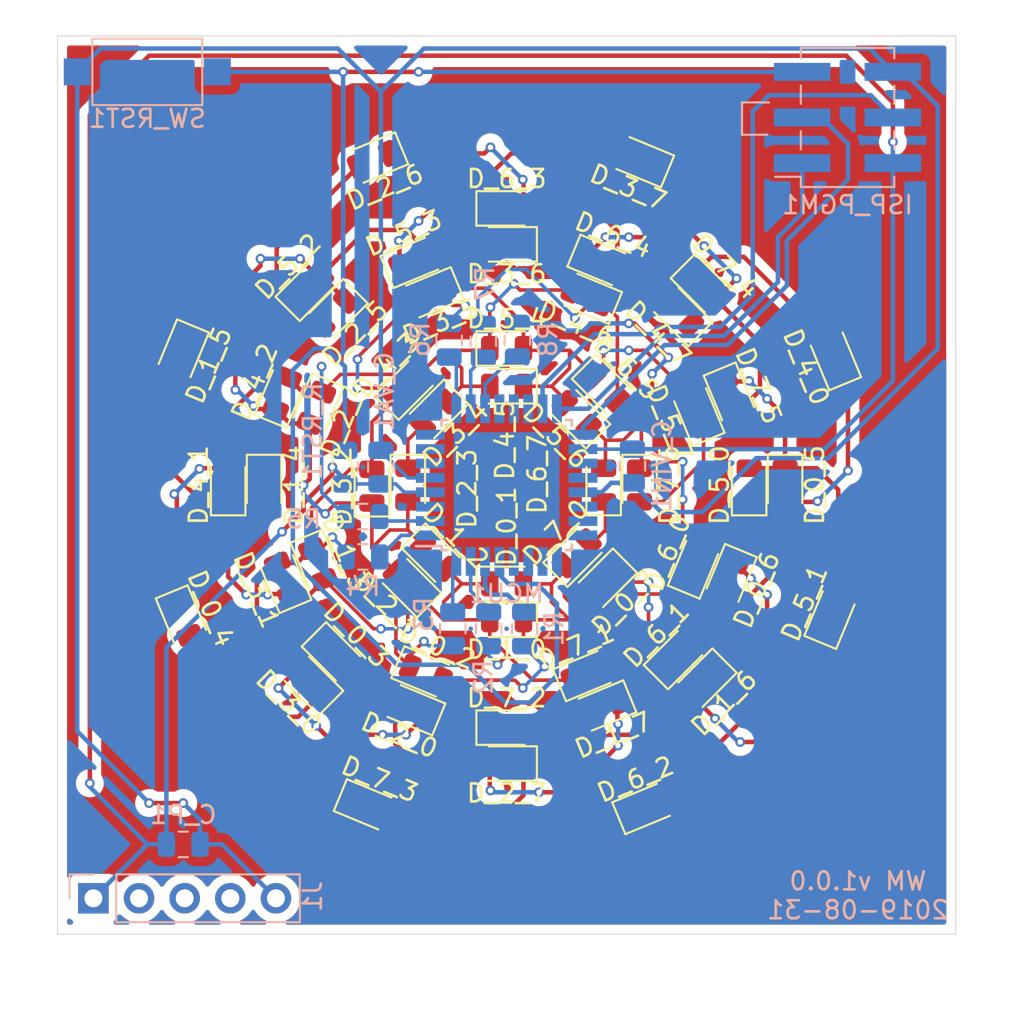
<source format=kicad_pcb>
(kicad_pcb (version 20171130) (host pcbnew "(5.1.2)-1")
  (layers (0 F.Cu signal) (31 B.Cu signal) (34 B.Paste user) (35 F.Paste user) (36 B.SilkS user) (37 F.SilkS user) (38 B.Mask user) (39 F.Mask user) (44 Edge.Cuts user))
  (net 0 "")
  (net 1 +5V)
  (net 2 GND)
  (net 3 /PD0)
  (net 4 /PD1)
  (net 5 /PD2)
  (net 6 /PD3)
  (net 7 /PD4)
  (net 8 /PD5)
  (net 9 /PD6)
  (net 10 /PD7)
  (net 11 "Net-(ISP_PGM1-Pad5)")
  (net 12 "Net-(ISP_PGM1-Pad4)")
  (net 13 "Net-(ISP_PGM1-Pad3)")
  (net 14 "Net-(ISP_PGM1-Pad1)")
  (net 15 "Net-(MCU1-Pad28)")
  (net 16 "Net-(MCU1-Pad27)")
  (net 17 "Net-(MCU1-Pad26)")
  (net 18 "Net-(MCU1-Pad25)")
  (net 19 "Net-(MCU1-Pad24)")
  (net 20 "Net-(MCU1-Pad23)")
  (net 21 "Net-(MCU1-Pad22)")
  (net 22 "Net-(MCU1-Pad20)")
  (net 23 "Net-(MCU1-Pad19)")
  (net 24 "Net-(MCU1-Pad14)")
  (net 25 "Net-(MCU1-Pad13)")
  (net 26 "Net-(MCU1-Pad12)")
  (net 27 "Net-(MCU1-Pad8)")
  (net 28 "Net-(MCU1-Pad7)")
  (net 29 "Net-(MCU1-Pad6)")
  (net 30 "Net-(MCU1-Pad3)")
  (net 31 "Net-(MCU1-Pad32)")
  (net 32 "Net-(MCU1-Pad31)")
  (net 33 "Net-(MCU1-Pad30)")
  (net 34 "Net-(MCU1-Pad11)")
  (net 35 "Net-(MCU1-Pad10)")
  (net 36 "Net-(MCU1-Pad9)")
  (net 37 "Net-(MCU1-Pad2)")
  (net 38 "Net-(MCU1-Pad1)")
  (net 39 "Net-(J1-Pad4)")
  (net 40 "Net-(J1-Pad3)")
  (net 41 "Net-(J1-Pad2)")
  (module Connector_PinHeader_2.54mm:PinHeader_1x05_P2.54mm_Vertical (layer B.Cu) (at 121 118.4 270)
    (fp_text reference J1 (at -0.1 -12.2 270) (layer B.SilkS) (effects (justify mirror)))
    (fp_text value USB_OTG)
    (pad 5 thru_hole oval (at 0 -10.16 270) (size 1.7 1.7) (drill 1) (layers *.Cu *.Mask) (net 2 GND))
    (pad 4 thru_hole oval (at 0 -7.62 270) (size 1.7 1.7) (drill 1) (layers *.Cu *.Mask) (net 39 "Net-(J1-Pad4)"))
    (pad 3 thru_hole oval (at 0 -5.08 270) (size 1.7 1.7) (drill 1) (layers *.Cu *.Mask) (net 40 "Net-(J1-Pad3)"))
    (pad 2 thru_hole oval (at 0 -2.54 270) (size 1.7 1.7) (drill 1) (layers *.Cu *.Mask) (net 41 "Net-(J1-Pad2)"))
    (pad 1 thru_hole rect (at 0 0 270) (size 1.7 1.7) (drill 1) (layers *.Cu *.Mask) (net 1 +5V))
  )
  (module Connector_PinHeader_2.54mm:PinHeader_2x03_P2.54mm_Vertical_SMD (layer B.Cu) (at 162.975 74.94)
    (fp_text reference ISP_PGM1 (at 0 4.87) (layer B.SilkS) (effects (justify mirror)))
    (fp_text value AVR-ISP-6)
    (pad 6 smd rect (at 2.525 -2.54) (size 3.15 1) (layers B.Cu B.Paste B.Mask) (net 2 GND))
    (pad 5 smd rect (at -2.525 -2.54) (size 3.15 1) (layers B.Cu B.Paste B.Mask) (net 11 "Net-(ISP_PGM1-Pad5)"))
    (pad 4 smd rect (at 2.525 0) (size 3.15 1) (layers B.Cu B.Paste B.Mask) (net 12 "Net-(ISP_PGM1-Pad4)"))
    (pad 3 smd rect (at -2.525 0) (size 3.15 1) (layers B.Cu B.Paste B.Mask) (net 13 "Net-(ISP_PGM1-Pad3)"))
    (pad 2 smd rect (at 2.525 2.54) (size 3.15 1) (layers B.Cu B.Paste B.Mask) (net 1 +5V))
    (pad 1 smd rect (at -2.525 2.54) (size 3.15 1) (layers B.Cu B.Paste B.Mask) (net 14 "Net-(ISP_PGM1-Pad1)"))
  )
  (module Resistor_SMD:R_0805_2012Metric (layer B.Cu) (at 144.6 87.3375 270)
    (fp_text reference R8 (at -0.0375 -1.7 270) (layer B.SilkS) (effects (justify mirror)))
    (fp_text value 100R)
    (pad 2 smd roundrect (at 0.9375 0 270) (size 0.975 1.4) (layers B.Cu B.Paste B.Mask) (net 34 "Net-(MCU1-Pad11)"))
    (pad 1 smd roundrect (at -0.9375 0 270) (size 0.975 1.4) (layers B.Cu B.Paste B.Mask) (net 10 /PD7))
  )
  (module Resistor_SMD:R_0805_2012Metric (layer B.Cu) (at 142.7 87.4 270)
    (fp_text reference R7 (at -3.2 -0.1 270) (layer B.SilkS) (effects (justify mirror)))
    (fp_text value 100R)
    (pad 2 smd roundrect (at 0.9375 0 270) (size 0.975 1.4) (layers B.Cu B.Paste B.Mask) (net 35 "Net-(MCU1-Pad10)"))
    (pad 1 smd roundrect (at -0.9375 0 270) (size 0.975 1.4) (layers B.Cu B.Paste B.Mask) (net 9 /PD6))
  )
  (module Resistor_SMD:R_0805_2012Metric (layer B.Cu) (at 140.8 87.3375 270)
    (fp_text reference R6 (at -0.0375 1.6 270) (layer B.SilkS) (effects (justify mirror)))
    (fp_text value 100R)
    (pad 2 smd roundrect (at 0.9375 0 270) (size 0.975 1.4) (layers B.Cu B.Paste B.Mask) (net 36 "Net-(MCU1-Pad9)"))
    (pad 1 smd roundrect (at -0.9375 0 270) (size 0.975 1.4) (layers B.Cu B.Paste B.Mask) (net 8 /PD5))
  )
  (module Resistor_SMD:R_0805_2012Metric (layer B.Cu) (at 136 97.15)
    (fp_text reference R5 (at -3.3 0.15) (layer B.SilkS) (effects (justify mirror)))
    (fp_text value 100R)
    (pad 2 smd roundrect (at 0.9375 0) (size 0.975 1.4) (layers B.Cu B.Paste B.Mask) (net 37 "Net-(MCU1-Pad2)"))
    (pad 1 smd roundrect (at -0.9375 0) (size 0.975 1.4) (layers B.Cu B.Paste B.Mask) (net 7 /PD4))
  )
  (module Resistor_SMD:R_0805_2012Metric (layer B.Cu) (at 136 99.4)
    (fp_text reference R4 (at 0 1.65) (layer B.SilkS) (effects (justify mirror)))
    (fp_text value 100R)
    (pad 2 smd roundrect (at 0.9375 0) (size 0.975 1.4) (layers B.Cu B.Paste B.Mask) (net 38 "Net-(MCU1-Pad1)"))
    (pad 1 smd roundrect (at -0.9375 0) (size 0.975 1.4) (layers B.Cu B.Paste B.Mask) (net 6 /PD3))
  )
  (module Resistor_SMD:R_0805_2012Metric (layer B.Cu) (at 141 103.4 90)
    (fp_text reference R3 (at 0.8 -1.6 270) (layer B.SilkS) (effects (justify mirror)))
    (fp_text value 100R)
    (pad 1 smd roundrect (at -0.9375 0 90) (size 0.975 1.4) (layers B.Cu B.Paste B.Mask) (net 5 /PD2))
    (pad 2 smd roundrect (at 0.9375 0 90) (size 0.975 1.4) (layers B.Cu B.Paste B.Mask) (net 31 "Net-(MCU1-Pad32)"))
  )
  (module Resistor_SMD:R_0805_2012Metric (layer B.Cu) (at 143 103.4 90)
    (fp_text reference R2 (at -2.7 -0.3 270) (layer B.SilkS) (effects (justify mirror)))
    (fp_text value 100R)
    (pad 1 smd roundrect (at -0.9375 0 90) (size 0.975 1.4) (layers B.Cu B.Paste B.Mask) (net 4 /PD1))
    (pad 2 smd roundrect (at 0.9375 0 90) (size 0.975 1.4) (layers B.Cu B.Paste B.Mask) (net 32 "Net-(MCU1-Pad31)"))
  )
  (module Resistor_SMD:R_0805_2012Metric (layer B.Cu) (at 145 103.4 90)
    (fp_text reference R1 (at 0 1.65 -90) (layer B.SilkS) (effects (justify mirror)))
    (fp_text value 100R)
    (pad 1 smd roundrect (at -0.9375 0 90) (size 0.975 1.4) (layers B.Cu B.Paste B.Mask) (net 3 /PD0))
    (pad 2 smd roundrect (at 0.9375 0 90) (size 0.975 1.4) (layers B.Cu B.Paste B.Mask) (net 33 "Net-(MCU1-Pad30)"))
  )
  (module Button_Switch_SMD:SW_SPST_CK_RS282G05A3 (layer B.Cu) (at 124 72.4)
    (fp_text reference SW_RST1 (at 0 2.6) (layer B.SilkS) (effects (justify mirror)))
    (fp_text value SW_SPST)
    (pad 2 smd rect (at 3.9 0) (size 1.5 1.5) (layers B.Cu B.Paste B.Mask) (net 11 "Net-(ISP_PGM1-Pad5)"))
    (pad 1 smd rect (at -3.9 0) (size 1.5 1.5) (layers B.Cu B.Paste B.Mask) (net 2 GND))
  )
  (module Resistor_SMD:R_0805_2012Metric (layer B.Cu) (at 135 94.4 270)
    (fp_text reference R_RST1 (at -2 1.8 90) (layer B.SilkS) (effects (justify mirror)))
    (fp_text value 10kR)
    (pad 2 smd roundrect (at 0.9375 0 270) (size 0.975 1.4) (layers B.Cu B.Paste B.Mask) (net 1 +5V))
    (pad 1 smd roundrect (at -0.9375 0 270) (size 0.975 1.4) (layers B.Cu B.Paste B.Mask) (net 11 "Net-(ISP_PGM1-Pad5)"))
  )
  (module Package_QFP:TQFP-32_7x7mm_P0.8mm (layer B.Cu) (at 144 95.4)
    (fp_text reference MCU1 (at 0 6.05) (layer B.SilkS) (effects (justify mirror)))
    (fp_text value ATtiny88-AU)
    (pad 32 smd rect (at -2.8 4.25 270) (size 1.6 0.55) (layers B.Cu B.Paste B.Mask) (net 31 "Net-(MCU1-Pad32)"))
    (pad 31 smd rect (at -2 4.25 270) (size 1.6 0.55) (layers B.Cu B.Paste B.Mask) (net 32 "Net-(MCU1-Pad31)"))
    (pad 30 smd rect (at -1.2 4.25 270) (size 1.6 0.55) (layers B.Cu B.Paste B.Mask) (net 33 "Net-(MCU1-Pad30)"))
    (pad 29 smd rect (at -0.4 4.25 270) (size 1.6 0.55) (layers B.Cu B.Paste B.Mask) (net 11 "Net-(ISP_PGM1-Pad5)"))
    (pad 28 smd rect (at 0.4 4.25 270) (size 1.6 0.55) (layers B.Cu B.Paste B.Mask) (net 15 "Net-(MCU1-Pad28)"))
    (pad 27 smd rect (at 1.2 4.25 270) (size 1.6 0.55) (layers B.Cu B.Paste B.Mask) (net 16 "Net-(MCU1-Pad27)"))
    (pad 26 smd rect (at 2 4.25 270) (size 1.6 0.55) (layers B.Cu B.Paste B.Mask) (net 17 "Net-(MCU1-Pad26)"))
    (pad 25 smd rect (at 2.8 4.25 270) (size 1.6 0.55) (layers B.Cu B.Paste B.Mask) (net 18 "Net-(MCU1-Pad25)"))
    (pad 24 smd rect (at 4.25 2.8) (size 1.6 0.55) (layers B.Cu B.Paste B.Mask) (net 19 "Net-(MCU1-Pad24)"))
    (pad 23 smd rect (at 4.25 2) (size 1.6 0.55) (layers B.Cu B.Paste B.Mask) (net 20 "Net-(MCU1-Pad23)"))
    (pad 22 smd rect (at 4.25 1.2) (size 1.6 0.55) (layers B.Cu B.Paste B.Mask) (net 21 "Net-(MCU1-Pad22)"))
    (pad 21 smd rect (at 4.25 0.4) (size 1.6 0.55) (layers B.Cu B.Paste B.Mask) (net 2 GND))
    (pad 20 smd rect (at 4.25 -0.4) (size 1.6 0.55) (layers B.Cu B.Paste B.Mask) (net 22 "Net-(MCU1-Pad20)"))
    (pad 19 smd rect (at 4.25 -1.2) (size 1.6 0.55) (layers B.Cu B.Paste B.Mask) (net 23 "Net-(MCU1-Pad19)"))
    (pad 18 smd rect (at 4.25 -2) (size 1.6 0.55) (layers B.Cu B.Paste B.Mask) (net 1 +5V))
    (pad 17 smd rect (at 4.25 -2.8) (size 1.6 0.55) (layers B.Cu B.Paste B.Mask) (net 13 "Net-(ISP_PGM1-Pad3)"))
    (pad 16 smd rect (at 2.8 -4.25 270) (size 1.6 0.55) (layers B.Cu B.Paste B.Mask) (net 14 "Net-(ISP_PGM1-Pad1)"))
    (pad 15 smd rect (at 2 -4.25 270) (size 1.6 0.55) (layers B.Cu B.Paste B.Mask) (net 12 "Net-(ISP_PGM1-Pad4)"))
    (pad 14 smd rect (at 1.2 -4.25 270) (size 1.6 0.55) (layers B.Cu B.Paste B.Mask) (net 24 "Net-(MCU1-Pad14)"))
    (pad 13 smd rect (at 0.4 -4.25 270) (size 1.6 0.55) (layers B.Cu B.Paste B.Mask) (net 25 "Net-(MCU1-Pad13)"))
    (pad 12 smd rect (at -0.4 -4.25 270) (size 1.6 0.55) (layers B.Cu B.Paste B.Mask) (net 26 "Net-(MCU1-Pad12)"))
    (pad 11 smd rect (at -1.2 -4.25 270) (size 1.6 0.55) (layers B.Cu B.Paste B.Mask) (net 34 "Net-(MCU1-Pad11)"))
    (pad 10 smd rect (at -2 -4.25 270) (size 1.6 0.55) (layers B.Cu B.Paste B.Mask) (net 35 "Net-(MCU1-Pad10)"))
    (pad 9 smd rect (at -2.8 -4.25 270) (size 1.6 0.55) (layers B.Cu B.Paste B.Mask) (net 36 "Net-(MCU1-Pad9)"))
    (pad 8 smd rect (at -4.25 -2.8) (size 1.6 0.55) (layers B.Cu B.Paste B.Mask) (net 27 "Net-(MCU1-Pad8)"))
    (pad 7 smd rect (at -4.25 -2) (size 1.6 0.55) (layers B.Cu B.Paste B.Mask) (net 28 "Net-(MCU1-Pad7)"))
    (pad 6 smd rect (at -4.25 -1.2) (size 1.6 0.55) (layers B.Cu B.Paste B.Mask) (net 29 "Net-(MCU1-Pad6)"))
    (pad 5 smd rect (at -4.25 -0.4) (size 1.6 0.55) (layers B.Cu B.Paste B.Mask) (net 2 GND))
    (pad 4 smd rect (at -4.25 0.4) (size 1.6 0.55) (layers B.Cu B.Paste B.Mask) (net 1 +5V))
    (pad 3 smd rect (at -4.25 1.2) (size 1.6 0.55) (layers B.Cu B.Paste B.Mask) (net 30 "Net-(MCU1-Pad3)"))
    (pad 2 smd rect (at -4.25 2) (size 1.6 0.55) (layers B.Cu B.Paste B.Mask) (net 37 "Net-(MCU1-Pad2)"))
    (pad 1 smd rect (at -4.25 2.8) (size 1.6 0.55) (layers B.Cu B.Paste B.Mask) (net 38 "Net-(MCU1-Pad1)"))
  )
  (module LED_SMD:LED_0805_2012Metric (layer F.Cu) (at 151.4 95.4 270)
    (fp_text reference D_7_6 (at 0 -1.65 90) (layer F.SilkS))
    (fp_text value LED_Small)
    (pad 2 smd roundrect (at 0.9375 0 270) (size 0.975 1.4) (layers F.Cu F.Paste F.Mask) (net 10 /PD7))
    (pad 1 smd roundrect (at -0.9375 0 270) (size 0.975 1.4) (layers F.Cu F.Paste F.Mask) (net 9 /PD6))
  )
  (module LED_SMD:LED_0805_2012Metric (layer F.Cu) (at 156.5 90.5 292.5)
    (fp_text reference D_7_5 (at 0 -1.65 112.5) (layer F.SilkS))
    (fp_text value LED_Small)
    (pad 1 smd roundrect (at -0.9375 0 292.5) (size 0.975 1.4) (layers F.Cu F.Paste F.Mask) (net 8 /PD5))
    (pad 2 smd roundrect (at 0.9375 0 292.5) (size 0.975 1.4) (layers F.Cu F.Paste F.Mask) (net 10 /PD7))
  )
  (module LED_SMD:LED_0805_2012Metric (layer F.Cu) (at 155 84.4 315)
    (fp_text reference D_7_4 (at 0 -1.65 135) (layer F.SilkS))
    (fp_text value LED_Small)
    (pad 2 smd roundrect (at 0.9375 0 315) (size 0.975 1.4) (layers F.Cu F.Paste F.Mask) (net 10 /PD7))
    (pad 1 smd roundrect (at -0.9375 0 315) (size 0.975 1.4) (layers F.Cu F.Paste F.Mask) (net 7 /PD4))
  )
  (module LED_SMD:LED_0805_2012Metric (layer F.Cu) (at 136.3 113.3 337.5)
    (fp_text reference D_7_3 (at 0 -1.65 157.5) (layer F.SilkS))
    (fp_text value LED_Small)
    (pad 2 smd roundrect (at 0.9375 0 337.5) (size 0.975 1.4) (layers F.Cu F.Paste F.Mask) (net 10 /PD7))
    (pad 1 smd roundrect (at -0.9375 0 337.5) (size 0.975 1.4) (layers F.Cu F.Paste F.Mask) (net 6 /PD3))
  )
  (module LED_SMD:LED_0805_2012Metric (layer F.Cu) (at 144 108.9)
    (fp_text reference D_7_2 (at 0 -1.65) (layer F.SilkS))
    (fp_text value LED_Small)
    (pad 2 smd roundrect (at 0.9375 0) (size 0.975 1.4) (layers F.Cu F.Paste F.Mask) (net 10 /PD7))
    (pad 1 smd roundrect (at -0.9375 0) (size 0.975 1.4) (layers F.Cu F.Paste F.Mask) (net 5 /PD2))
  )
  (module LED_SMD:LED_0805_2012Metric (layer F.Cu) (at 148.5 105.9 22.5)
    (fp_text reference D_7_1 (at 0 -1.65 22.5) (layer F.SilkS))
    (fp_text value LED_Small)
    (pad 2 smd roundrect (at 0.9375 0 22.5) (size 0.975 1.4) (layers F.Cu F.Paste F.Mask) (net 10 /PD7))
    (pad 1 smd roundrect (at -0.9375 0 22.5) (size 0.975 1.4) (layers F.Cu F.Paste F.Mask) (net 4 /PD1))
  )
  (module LED_SMD:LED_0805_2012Metric (layer F.Cu) (at 147.9 99.2 45)
    (fp_text reference D_7_0 (at 0 -1.65 45) (layer F.SilkS))
    (fp_text value LED_Small)
    (pad 2 smd roundrect (at 0.9375 0 45) (size 0.975 1.4) (layers F.Cu F.Paste F.Mask) (net 10 /PD7))
    (pad 1 smd roundrect (at -0.9375 0 45) (size 0.975 1.4) (layers F.Cu F.Paste F.Mask) (net 3 /PD0))
  )
  (module LED_SMD:LED_0805_2012Metric (layer F.Cu) (at 149.4 95.4 90)
    (fp_text reference D_6_7 (at 0.6 -3.7 90) (layer F.SilkS))
    (fp_text value LED_Small)
    (pad 2 smd roundrect (at 0.9375 0 90) (size 0.975 1.4) (layers F.Cu F.Paste F.Mask) (net 9 /PD6))
    (pad 1 smd roundrect (at -0.9375 0 90) (size 0.975 1.4) (layers F.Cu F.Paste F.Mask) (net 10 /PD7))
  )
  (module LED_SMD:LED_0805_2012Metric (layer F.Cu) (at 149.5 90 315)
    (fp_text reference D_6_5 (at 0 -1.65 135) (layer F.SilkS))
    (fp_text value LED_Small)
    (pad 1 smd roundrect (at -0.9375 0 315) (size 0.975 1.4) (layers F.Cu F.Paste F.Mask) (net 8 /PD5))
    (pad 2 smd roundrect (at 0.9375 0 315) (size 0.975 1.4) (layers F.Cu F.Paste F.Mask) (net 9 /PD6))
  )
  (module LED_SMD:LED_0805_2012Metric (layer F.Cu) (at 149.3 83 337.5)
    (fp_text reference D_6_4 (at 0 -1.65 157.5) (layer F.SilkS))
    (fp_text value LED_Small)
    (pad 2 smd roundrect (at 0.9375 0 337.5) (size 0.975 1.4) (layers F.Cu F.Paste F.Mask) (net 9 /PD6))
    (pad 1 smd roundrect (at -0.9375 0 337.5) (size 0.975 1.4) (layers F.Cu F.Paste F.Mask) (net 7 /PD4))
  )
  (module LED_SMD:LED_0805_2012Metric (layer F.Cu) (at 144 80)
    (fp_text reference D_6_3 (at 0 -1.65) (layer F.SilkS))
    (fp_text value LED_Small)
    (pad 2 smd roundrect (at 0.9375 0) (size 0.975 1.4) (layers F.Cu F.Paste F.Mask) (net 9 /PD6))
    (pad 1 smd roundrect (at -0.9375 0) (size 0.975 1.4) (layers F.Cu F.Paste F.Mask) (net 6 /PD3))
  )
  (module LED_SMD:LED_0805_2012Metric (layer F.Cu) (at 151.8 113.3 22.5)
    (fp_text reference D_6_2 (at 0 -1.65 22.5) (layer F.SilkS))
    (fp_text value LED_Small)
    (pad 2 smd roundrect (at 0.9375 0 22.5) (size 0.975 1.4) (layers F.Cu F.Paste F.Mask) (net 9 /PD6))
    (pad 1 smd roundrect (at -0.9375 0 22.5) (size 0.975 1.4) (layers F.Cu F.Paste F.Mask) (net 5 /PD2))
  )
  (module LED_SMD:LED_0805_2012Metric (layer F.Cu) (at 153.5 104.9 45)
    (fp_text reference D_6_1 (at 0 -1.65 45) (layer F.SilkS))
    (fp_text value LED_Small)
    (pad 2 smd roundrect (at 0.9375 0 45) (size 0.975 1.4) (layers F.Cu F.Paste F.Mask) (net 9 /PD6))
    (pad 1 smd roundrect (at -0.9375 0 45) (size 0.975 1.4) (layers F.Cu F.Paste F.Mask) (net 4 /PD1))
  )
  (module LED_SMD:LED_0805_2012Metric (layer F.Cu) (at 154.5 99.8 67.5)
    (fp_text reference D_6_0 (at 0 -1.65 67.5) (layer F.SilkS))
    (fp_text value LED_Small)
    (pad 2 smd roundrect (at 0.9375 0 67.5) (size 0.975 1.4) (layers F.Cu F.Paste F.Mask) (net 9 /PD6))
    (pad 1 smd roundrect (at -0.9375 0 67.5) (size 0.975 1.4) (layers F.Cu F.Paste F.Mask) (net 3 /PD0))
  )
  (module LED_SMD:LED_0805_2012Metric (layer F.Cu) (at 154.6 91.3 112.5)
    (fp_text reference D_5_7 (at 0 -1.65 112.5) (layer F.SilkS))
    (fp_text value LED_Small)
    (pad 2 smd roundrect (at 0.9375 0 112.5) (size 0.975 1.4) (layers F.Cu F.Paste F.Mask) (net 8 /PD5))
    (pad 1 smd roundrect (at -0.9375 0 112.5) (size 0.975 1.4) (layers F.Cu F.Paste F.Mask) (net 10 /PD7))
  )
  (module LED_SMD:LED_0805_2012Metric (layer F.Cu) (at 147.9 91.5 135)
    (fp_text reference D_5_6 (at 0 -1.65 135) (layer F.SilkS))
    (fp_text value LED_Small)
    (pad 1 smd roundrect (at -0.9375 0 135) (size 0.975 1.4) (layers F.Cu F.Paste F.Mask) (net 9 /PD6))
    (pad 2 smd roundrect (at 0.9375 0 135) (size 0.975 1.4) (layers F.Cu F.Paste F.Mask) (net 8 /PD5))
  )
  (module LED_SMD:LED_0805_2012Metric (layer F.Cu) (at 144 87.8)
    (fp_text reference D_5_4 (at 0 -1.65) (layer F.SilkS))
    (fp_text value LED_Small)
    (pad 1 smd roundrect (at -0.9375 0) (size 0.975 1.4) (layers F.Cu F.Paste F.Mask) (net 7 /PD4))
    (pad 2 smd roundrect (at 0.9375 0) (size 0.975 1.4) (layers F.Cu F.Paste F.Mask) (net 8 /PD5))
  )
  (module LED_SMD:LED_0805_2012Metric (layer F.Cu) (at 138.9 82.9 22.5)
    (fp_text reference D_5_3 (at 0 -1.65 22.5) (layer F.SilkS))
    (fp_text value LED_Small)
    (pad 2 smd roundrect (at 0.9375 0 22.5) (size 0.975 1.4) (layers F.Cu F.Paste F.Mask) (net 8 /PD5))
    (pad 1 smd roundrect (at -0.9375 0 22.5) (size 0.975 1.4) (layers F.Cu F.Paste F.Mask) (net 6 /PD3))
  )
  (module LED_SMD:LED_0805_2012Metric (layer F.Cu) (at 133 84.4 45)
    (fp_text reference D_5_2 (at 0 -1.65 45) (layer F.SilkS))
    (fp_text value LED_Small)
    (pad 2 smd roundrect (at 0.9375 0 45) (size 0.975 1.4) (layers F.Cu F.Paste F.Mask) (net 8 /PD5))
    (pad 1 smd roundrect (at -0.9375 0 45) (size 0.975 1.4) (layers F.Cu F.Paste F.Mask) (net 5 /PD2))
  )
  (module LED_SMD:LED_0805_2012Metric (layer F.Cu) (at 162.1 102.6 67.5)
    (fp_text reference D_5_1 (at 0 -1.65 67.5) (layer F.SilkS))
    (fp_text value LED_Small)
    (pad 2 smd roundrect (at 0.9375 0 67.5) (size 0.975 1.4) (layers F.Cu F.Paste F.Mask) (net 8 /PD5))
    (pad 1 smd roundrect (at -0.9375 0 67.5) (size 0.975 1.4) (layers F.Cu F.Paste F.Mask) (net 4 /PD1))
  )
  (module LED_SMD:LED_0805_2012Metric (layer F.Cu) (at 157.5 95.4 90)
    (fp_text reference D_5_0 (at 0 -1.65 90) (layer F.SilkS))
    (fp_text value LED_Small)
    (pad 2 smd roundrect (at 0.9375 0 90) (size 0.975 1.4) (layers F.Cu F.Paste F.Mask) (net 8 /PD5))
    (pad 1 smd roundrect (at -0.9375 0 90) (size 0.975 1.4) (layers F.Cu F.Paste F.Mask) (net 3 /PD0))
  )
  (module LED_SMD:LED_0805_2012Metric (layer F.Cu) (at 153.6 85.8 135)
    (fp_text reference D_4_7 (at 0 -1.65 135) (layer F.SilkS))
    (fp_text value LED_Small)
    (pad 2 smd roundrect (at 0.9375 0 135) (size 0.975 1.4) (layers F.Cu F.Paste F.Mask) (net 7 /PD4))
    (pad 1 smd roundrect (at -0.9375 0 135) (size 0.975 1.4) (layers F.Cu F.Paste F.Mask) (net 10 /PD7))
  )
  (module LED_SMD:LED_0805_2012Metric (layer F.Cu) (at 148.5 84.9 157.5)
    (fp_text reference D_4_6 (at 0 -1.65 157.5) (layer F.SilkS))
    (fp_text value LED_Small)
    (pad 2 smd roundrect (at 0.9375 0 157.5) (size 0.975 1.4) (layers F.Cu F.Paste F.Mask) (net 7 /PD4))
    (pad 1 smd roundrect (at -0.9375 0 157.5) (size 0.975 1.4) (layers F.Cu F.Paste F.Mask) (net 9 /PD6))
  )
  (module LED_SMD:LED_0805_2012Metric (layer F.Cu) (at 144 89.9 180)
    (fp_text reference D_4_5 (at 0.1 -3 270) (layer F.SilkS))
    (fp_text value LED_Small)
    (pad 2 smd roundrect (at 0.9375 0 180) (size 0.975 1.4) (layers F.Cu F.Paste F.Mask) (net 7 /PD4))
    (pad 1 smd roundrect (at -0.9375 0 180) (size 0.975 1.4) (layers F.Cu F.Paste F.Mask) (net 8 /PD5))
  )
  (module LED_SMD:LED_0805_2012Metric (layer F.Cu) (at 138.5 89.9 45)
    (fp_text reference D_4_3 (at 0 -1.65 45) (layer F.SilkS))
    (fp_text value LED_Small)
    (pad 2 smd roundrect (at 0.9375 0 45) (size 0.975 1.4) (layers F.Cu F.Paste F.Mask) (net 7 /PD4))
    (pad 1 smd roundrect (at -0.9375 0 45) (size 0.975 1.4) (layers F.Cu F.Paste F.Mask) (net 6 /PD3))
  )
  (module LED_SMD:LED_0805_2012Metric (layer F.Cu) (at 131.5 90.3 67.5)
    (fp_text reference D_4_2 (at 0 -1.65 67.5) (layer F.SilkS))
    (fp_text value LED_Small)
    (pad 2 smd roundrect (at 0.9375 0 67.5) (size 0.975 1.4) (layers F.Cu F.Paste F.Mask) (net 7 /PD4))
    (pad 1 smd roundrect (at -0.9375 0 67.5) (size 0.975 1.4) (layers F.Cu F.Paste F.Mask) (net 5 /PD2))
  )
  (module LED_SMD:LED_0805_2012Metric (layer F.Cu) (at 128.5 95.4 90)
    (fp_text reference D_4_1 (at 0 -1.65 90) (layer F.SilkS))
    (fp_text value LED_Small)
    (pad 2 smd roundrect (at 0.9375 0 90) (size 0.975 1.4) (layers F.Cu F.Paste F.Mask) (net 7 /PD4))
    (pad 1 smd roundrect (at -0.9375 0 90) (size 0.975 1.4) (layers F.Cu F.Paste F.Mask) (net 4 /PD1))
  )
  (module LED_SMD:LED_0805_2012Metric (layer F.Cu) (at 162.2 88.2 112.5)
    (fp_text reference D_4_0 (at 0 -1.65 112.5) (layer F.SilkS))
    (fp_text value LED_Small)
    (pad 2 smd roundrect (at 0.9375 0 112.5) (size 0.975 1.4) (layers F.Cu F.Paste F.Mask) (net 7 /PD4))
    (pad 1 smd roundrect (at -0.9375 0 112.5) (size 0.975 1.4) (layers F.Cu F.Paste F.Mask) (net 3 /PD0))
  )
  (module LED_SMD:LED_0805_2012Metric (layer F.Cu) (at 151.4 77.3 157.5)
    (fp_text reference D_3_7 (at 0 -1.65 157.5) (layer F.SilkS))
    (fp_text value LED_Small)
    (pad 2 smd roundrect (at 0.9375 0 157.5) (size 0.975 1.4) (layers F.Cu F.Paste F.Mask) (net 6 /PD3))
    (pad 1 smd roundrect (at -0.9375 0 157.5) (size 0.975 1.4) (layers F.Cu F.Paste F.Mask) (net 10 /PD7))
  )
  (module LED_SMD:LED_0805_2012Metric (layer F.Cu) (at 144 82 180)
    (fp_text reference D_3_6 (at 0 -1.65) (layer F.SilkS))
    (fp_text value LED_Small)
    (pad 2 smd roundrect (at 0.9375 0 180) (size 0.975 1.4) (layers F.Cu F.Paste F.Mask) (net 6 /PD3))
    (pad 1 smd roundrect (at -0.9375 0 180) (size 0.975 1.4) (layers F.Cu F.Paste F.Mask) (net 9 /PD6))
  )
  (module LED_SMD:LED_0805_2012Metric (layer F.Cu) (at 139.7 84.8 202.5)
    (fp_text reference D_3_5 (at 0 -1.65 22.5) (layer F.SilkS))
    (fp_text value LED_Small)
    (pad 2 smd roundrect (at 0.9375 0 202.5) (size 0.975 1.4) (layers F.Cu F.Paste F.Mask) (net 6 /PD3))
    (pad 1 smd roundrect (at -0.9375 0 202.5) (size 0.975 1.4) (layers F.Cu F.Paste F.Mask) (net 8 /PD5))
  )
  (module LED_SMD:LED_0805_2012Metric (layer F.Cu) (at 140 91.4 225)
    (fp_text reference D_3_4 (at 0 -1.65 45) (layer F.SilkS))
    (fp_text value LED_Small)
    (pad 2 smd roundrect (at 0.9375 0 225) (size 0.975 1.4) (layers F.Cu F.Paste F.Mask) (net 6 /PD3))
    (pad 1 smd roundrect (at -0.9375 0 225) (size 0.975 1.4) (layers F.Cu F.Paste F.Mask) (net 7 /PD4))
  )
  (module LED_SMD:LED_0805_2012Metric (layer F.Cu) (at 136.5 95.4625 90)
    (fp_text reference D_3_2 (at 0 -1.65 90) (layer F.SilkS))
    (fp_text value LED_Small)
    (pad 2 smd roundrect (at 0.9375 0 90) (size 0.975 1.4) (layers F.Cu F.Paste F.Mask) (net 6 /PD3))
    (pad 1 smd roundrect (at -0.9375 0 90) (size 0.975 1.4) (layers F.Cu F.Paste F.Mask) (net 5 /PD2))
  )
  (module LED_SMD:LED_0805_2012Metric (layer F.Cu) (at 131.6 100.6 112.5)
    (fp_text reference D_3_1 (at 0 -1.65 112.5) (layer F.SilkS))
    (fp_text value LED_Small)
    (pad 2 smd roundrect (at 0.9375 0 112.5) (size 0.975 1.4) (layers F.Cu F.Paste F.Mask) (net 6 /PD3))
    (pad 1 smd roundrect (at -0.9375 0 112.5) (size 0.975 1.4) (layers F.Cu F.Paste F.Mask) (net 4 /PD1))
  )
  (module LED_SMD:LED_0805_2012Metric (layer F.Cu) (at 133.037087 106.337087 135)
    (fp_text reference D_3_0 (at 0 -1.65 135) (layer F.SilkS))
    (fp_text value LED_Small)
    (pad 2 smd roundrect (at 0.9375 0 135) (size 0.975 1.4) (layers F.Cu F.Paste F.Mask) (net 6 /PD3))
    (pad 1 smd roundrect (at -0.9375 0 135) (size 0.975 1.4) (layers F.Cu F.Paste F.Mask) (net 3 /PD0))
  )
  (module LED_SMD:LED_0805_2012Metric (layer F.Cu) (at 144 110.9 180)
    (fp_text reference D_2_7 (at 0 -1.65) (layer F.SilkS))
    (fp_text value LED_Small)
    (pad 2 smd roundrect (at 0.9375 0 180) (size 0.975 1.4) (layers F.Cu F.Paste F.Mask) (net 5 /PD2))
    (pad 1 smd roundrect (at -0.9375 0 180) (size 0.975 1.4) (layers F.Cu F.Paste F.Mask) (net 10 /PD7))
  )
  (module LED_SMD:LED_0805_2012Metric (layer F.Cu) (at 136.6 77.3 202.5)
    (fp_text reference D_2_6 (at 0 -1.65 22.5) (layer F.SilkS))
    (fp_text value LED_Small)
    (pad 2 smd roundrect (at 0.9375 0 202.5) (size 0.975 1.4) (layers F.Cu F.Paste F.Mask) (net 5 /PD2))
    (pad 1 smd roundrect (at -0.9375 0 202.5) (size 0.975 1.4) (layers F.Cu F.Paste F.Mask) (net 9 /PD6))
  )
  (module LED_SMD:LED_0805_2012Metric (layer F.Cu) (at 134.4 85.8 225)
    (fp_text reference D_2_5 (at 0 -1.65 45) (layer F.SilkS))
    (fp_text value LED_Small)
    (pad 2 smd roundrect (at 0.9375 0 225) (size 0.975 1.4) (layers F.Cu F.Paste F.Mask) (net 5 /PD2))
    (pad 1 smd roundrect (at -0.9375 0 225) (size 0.975 1.4) (layers F.Cu F.Paste F.Mask) (net 8 /PD5))
  )
  (module LED_SMD:LED_0805_2012Metric (layer F.Cu) (at 133.4 91.1 247.5)
    (fp_text reference D_2_4 (at 0 -1.65 67.5) (layer F.SilkS))
    (fp_text value LED_Small)
    (pad 2 smd roundrect (at 0.9375 0 247.5) (size 0.975 1.4) (layers F.Cu F.Paste F.Mask) (net 5 /PD2))
    (pad 1 smd roundrect (at -0.9375 0 247.5) (size 0.975 1.4) (layers F.Cu F.Paste F.Mask) (net 7 /PD4))
  )
  (module LED_SMD:LED_0805_2012Metric (layer F.Cu) (at 138.5 95.4 270)
    (fp_text reference D_2_3 (at 0.2 -3.3 270) (layer F.SilkS))
    (fp_text value LED_Small)
    (pad 2 smd roundrect (at 0.9375 0 270) (size 0.975 1.4) (layers F.Cu F.Paste F.Mask) (net 5 /PD2))
    (pad 1 smd roundrect (at -0.9375 0 270) (size 0.975 1.4) (layers F.Cu F.Paste F.Mask) (net 6 /PD3))
  )
  (module LED_SMD:LED_0805_2012Metric (layer F.Cu) (at 138.5 100.9 135)
    (fp_text reference D_2_1 (at 0 -1.65 135) (layer F.SilkS))
    (fp_text value LED_Small)
    (pad 2 smd roundrect (at 0.9375 0 135) (size 0.975 1.4) (layers F.Cu F.Paste F.Mask) (net 5 /PD2))
    (pad 1 smd roundrect (at -0.9375 0 135) (size 0.975 1.4) (layers F.Cu F.Paste F.Mask) (net 4 /PD1))
  )
  (module LED_SMD:LED_0805_2012Metric (layer F.Cu) (at 138.666137 107.8 157.5)
    (fp_text reference D_2_0 (at 0 -1.65 157.5) (layer F.SilkS))
    (fp_text value LED_Small)
    (pad 2 smd roundrect (at 0.9375 0 157.5) (size 0.975 1.4) (layers F.Cu F.Paste F.Mask) (net 5 /PD2))
    (pad 1 smd roundrect (at -0.9375 0 157.5) (size 0.975 1.4) (layers F.Cu F.Paste F.Mask) (net 3 /PD0))
  )
  (module LED_SMD:LED_0805_2012Metric (layer F.Cu) (at 149.3 107.8 202.5)
    (fp_text reference D_1_7 (at 0 -1.65 22.5) (layer F.SilkS))
    (fp_text value LED_Small)
    (pad 2 smd roundrect (at 0.9375 0 202.5) (size 0.975 1.4) (layers F.Cu F.Paste F.Mask) (net 4 /PD1))
    (pad 1 smd roundrect (at -0.9375 0 202.5) (size 0.975 1.4) (layers F.Cu F.Paste F.Mask) (net 10 /PD7))
  )
  (module LED_SMD:LED_0805_2012Metric (layer F.Cu) (at 154.937087 106.362913 225)
    (fp_text reference D_1_6 (at 0 -1.65 45) (layer F.SilkS))
    (fp_text value LED_Small)
    (pad 2 smd roundrect (at 0.9375 0 225) (size 0.975 1.4) (layers F.Cu F.Paste F.Mask) (net 4 /PD1))
    (pad 1 smd roundrect (at -0.9375 0 225) (size 0.975 1.4) (layers F.Cu F.Paste F.Mask) (net 9 /PD6))
  )
  (module LED_SMD:LED_0805_2012Metric (layer F.Cu) (at 125.9 88.1 247.5)
    (fp_text reference D_1_5 (at 0 -1.65 67.5) (layer F.SilkS))
    (fp_text value LED_Small)
    (pad 1 smd roundrect (at -0.9375 0 247.5) (size 0.975 1.4) (layers F.Cu F.Paste F.Mask) (net 8 /PD5))
    (pad 2 smd roundrect (at 0.9375 0 247.5) (size 0.975 1.4) (layers F.Cu F.Paste F.Mask) (net 4 /PD1))
  )
  (module LED_SMD:LED_0805_2012Metric (layer F.Cu) (at 130.5 95.4 270)
    (fp_text reference D_1_4 (at 0 -1.65 90) (layer F.SilkS))
    (fp_text value LED_Small)
    (pad 2 smd roundrect (at 0.9375 0 270) (size 0.975 1.4) (layers F.Cu F.Paste F.Mask) (net 4 /PD1))
    (pad 1 smd roundrect (at -0.9375 0 270) (size 0.975 1.4) (layers F.Cu F.Paste F.Mask) (net 7 /PD4))
  )
  (module LED_SMD:LED_0805_2012Metric (layer F.Cu) (at 133.5 99.8 292.5)
    (fp_text reference D_1_3 (at 0 -1.65 112.5) (layer F.SilkS))
    (fp_text value LED_Small)
    (pad 2 smd roundrect (at 0.9375 0 292.5) (size 0.975 1.4) (layers F.Cu F.Paste F.Mask) (net 4 /PD1))
    (pad 1 smd roundrect (at -0.9375 0 292.5) (size 0.975 1.4) (layers F.Cu F.Paste F.Mask) (net 6 /PD3))
  )
  (module LED_SMD:LED_0805_2012Metric (layer F.Cu) (at 140 99.4 315)
    (fp_text reference D_1_2 (at 0 -1.65 135) (layer F.SilkS))
    (fp_text value LED_Small)
    (pad 2 smd roundrect (at 0.9375 0 315) (size 0.975 1.4) (layers F.Cu F.Paste F.Mask) (net 4 /PD1))
    (pad 1 smd roundrect (at -0.9375 0 315) (size 0.975 1.4) (layers F.Cu F.Paste F.Mask) (net 5 /PD2))
  )
  (module LED_SMD:LED_0805_2012Metric (layer F.Cu) (at 144 102.9 180)
    (fp_text reference D_1_0 (at 0 -1.65) (layer F.SilkS))
    (fp_text value LED_Small)
    (pad 2 smd roundrect (at 0.9375 0 180) (size 0.975 1.4) (layers F.Cu F.Paste F.Mask) (net 4 /PD1))
    (pad 1 smd roundrect (at -0.9375 0 180) (size 0.975 1.4) (layers F.Cu F.Paste F.Mask) (net 3 /PD0))
  )
  (module LED_SMD:LED_0805_2012Metric (layer F.Cu) (at 149.4 100.8 225)
    (fp_text reference D_0_7 (at 0 -1.65 45) (layer F.SilkS))
    (fp_text value LED_Small)
    (pad 2 smd roundrect (at 0.9375 0 225) (size 0.975 1.4) (layers F.Cu F.Paste F.Mask) (net 3 /PD0))
    (pad 1 smd roundrect (at -0.9375 0 225) (size 0.975 1.4) (layers F.Cu F.Paste F.Mask) (net 10 /PD7))
  )
  (module LED_SMD:LED_0805_2012Metric (layer F.Cu) (at 156.4 100.6 247.5)
    (fp_text reference D_0_6 (at 0 -1.65 67.5) (layer F.SilkS))
    (fp_text value LED_Small)
    (pad 2 smd roundrect (at 0.9375 0 247.5) (size 0.975 1.4) (layers F.Cu F.Paste F.Mask) (net 3 /PD0))
    (pad 1 smd roundrect (at -0.9375 0 247.5) (size 0.975 1.4) (layers F.Cu F.Paste F.Mask) (net 9 /PD6))
  )
  (module LED_SMD:LED_0805_2012Metric (layer F.Cu) (at 159.5 95.4 270)
    (fp_text reference D_0_5 (at 0 -1.65 90) (layer F.SilkS))
    (fp_text value LED_Small)
    (pad 2 smd roundrect (at 0.9375 0 270) (size 0.975 1.4) (layers F.Cu F.Paste F.Mask) (net 3 /PD0))
    (pad 1 smd roundrect (at -0.9375 0 270) (size 0.975 1.4) (layers F.Cu F.Paste F.Mask) (net 8 /PD5))
  )
  (module LED_SMD:LED_0805_2012Metric (layer F.Cu) (at 126 102.9 292.5)
    (fp_text reference D_0_4 (at 0 -1.65 112.5) (layer F.SilkS))
    (fp_text value LED_Small)
    (pad 2 smd roundrect (at 0.9375 0 292.5) (size 0.975 1.4) (layers F.Cu F.Paste F.Mask) (net 3 /PD0))
    (pad 1 smd roundrect (at -0.9375 0 292.5) (size 0.975 1.4) (layers F.Cu F.Paste F.Mask) (net 7 /PD4))
  )
  (module LED_SMD:LED_0805_2012Metric (layer F.Cu) (at 134.462913 104.9 315)
    (fp_text reference D_0_3 (at 0 -1.65 135) (layer F.SilkS))
    (fp_text value LED_Small)
    (pad 2 smd roundrect (at 0.9375 0 315) (size 0.975 1.4) (layers F.Cu F.Paste F.Mask) (net 3 /PD0))
    (pad 1 smd roundrect (at -0.9375 0 315) (size 0.975 1.4) (layers F.Cu F.Paste F.Mask) (net 6 /PD3))
  )
  (module LED_SMD:LED_0805_2012Metric (layer F.Cu) (at 139.5 105.9 337.5)
    (fp_text reference D_0_2 (at 0 -1.65 157.5) (layer F.SilkS))
    (fp_text value LED_Small)
    (pad 1 smd roundrect (at -0.9375 0 337.5) (size 0.975 1.4) (layers F.Cu F.Paste F.Mask) (net 5 /PD2))
    (pad 2 smd roundrect (at 0.9375 0 337.5) (size 0.975 1.4) (layers F.Cu F.Paste F.Mask) (net 3 /PD0))
  )
  (module LED_SMD:LED_0805_2012Metric (layer F.Cu) (at 144 100.9)
    (fp_text reference D_0_1 (at 0 -3.2 90) (layer F.SilkS))
    (fp_text value LED_Small)
    (pad 2 smd roundrect (at 0.9375 0) (size 0.975 1.4) (layers F.Cu F.Paste F.Mask) (net 3 /PD0))
    (pad 1 smd roundrect (at -0.9375 0) (size 0.975 1.4) (layers F.Cu F.Paste F.Mask) (net 4 /PD1))
  )
  (module Capacitor_SMD:C_0805_2012Metric (layer B.Cu) (at 151 94.3375 90)
    (fp_text reference C_VIN1 (at 0 1.65 -90) (layer B.SilkS) (effects (justify mirror)))
    (fp_text value 4.7uF)
    (pad 2 smd roundrect (at 0.9375 0 90) (size 0.975 1.4) (layers B.Cu B.Paste B.Mask) (net 1 +5V))
    (pad 1 smd roundrect (at -0.9375 0 90) (size 0.975 1.4) (layers B.Cu B.Paste B.Mask) (net 2 GND))
  )
  (module Capacitor_SMD:C_0805_2012Metric (layer B.Cu) (at 137 94.4 270)
    (fp_text reference C_VA1 (at -4.2 -0.2 270) (layer B.SilkS) (effects (justify mirror)))
    (fp_text value 4.7uF)
    (pad 2 smd roundrect (at 0.9375 0 270) (size 0.975 1.4) (layers B.Cu B.Paste B.Mask) (net 1 +5V))
    (pad 1 smd roundrect (at -0.9375 0 270) (size 0.975 1.4) (layers B.Cu B.Paste B.Mask) (net 2 GND))
  )
  (module Capacitor_SMD:C_0805_2012Metric (layer B.Cu) (at 126 115.4 180)
    (fp_text reference C_P1 (at 0 1.65) (layer B.SilkS) (effects (justify mirror)))
    (fp_text value 100uF)
    (pad 2 smd roundrect (at 0.9375 0 180) (size 0.975 1.4) (layers B.Cu B.Paste B.Mask) (net 1 +5V))
    (pad 1 smd roundrect (at -0.9375 0 180) (size 0.975 1.4) (layers B.Cu B.Paste B.Mask) (net 2 GND))
  )
  (gr_text "WM v1.0.0\n2019-08-31" (at 163.55 118.25) (layer B.SilkS) (effects (font (size 1 1)) (justify mirror)))
  (gr_line (start 157.1 74.1) (end 158.6 74.1) (layer B.SilkS) (width 0.12))
  (gr_line (start 157.1 75.9) (end 157.1 74.1) (layer B.SilkS) (width 0.12))
  (gr_line (start 158.5 75.9) (end 157.1 75.9) (layer B.SilkS) (width 0.12))
  (gr_line (start 169 120.4) (end 169 70.4) (layer Edge.Cuts) (width 0.05))
  (gr_line (start 119 120.4) (end 169 120.4) (layer Edge.Cuts) (width 0.05))
  (gr_line (start 119 70.4) (end 119 120.4) (layer Edge.Cuts) (width 0.05))
  (gr_line (start 119 70.4) (end 169 70.4) (layer Edge.Cuts) (width 0.05))
  (segment (start 137 95.3375) (end 137.8375 95.3375) (width 0.2) (layer B.Cu) (net 1))
  (segment (start 138.3 95.8) (end 139.75 95.8) (width 0.2) (layer B.Cu) (net 1))
  (segment (start 137.8375 95.3375) (end 138.3 95.8) (width 0.2) (layer B.Cu) (net 1))
  (segment (start 135 95.3375) (end 137 95.3375) (width 0.2) (layer B.Cu) (net 1))
  (segment (start 151 93.4) (end 148.25 93.4) (width 0.2) (layer B.Cu) (net 1))
  (segment (start 124 115.4) (end 121 118.4) (width 0.25) (layer B.Cu) (net 1))
  (segment (start 125.0625 115.4) (end 124 115.4) (width 0.25) (layer B.Cu) (net 1))
  (via (at 134.3 94.4) (size 0.54) (drill 0.3) (layers F.Cu B.Cu) (net 1))
  (segment (start 135 95.3375) (end 135 95.1) (width 0.25) (layer B.Cu) (net 1))
  (segment (start 135 95.1) (end 134.3 94.4) (width 0.25) (layer B.Cu) (net 1))
  (segment (start 134.3 94.4) (end 134.3 94.8) (width 0.25) (layer F.Cu) (net 1))
  (segment (start 134.3 94.8) (end 132.7 96.4) (width 0.25) (layer F.Cu) (net 1))
  (via (at 131.5 98) (size 0.54) (drill 0.3) (layers F.Cu B.Cu) (net 1))
  (segment (start 132.7 96.4) (end 132.7 96.8) (width 0.25) (layer F.Cu) (net 1))
  (segment (start 132.7 96.8) (end 131.5 98) (width 0.25) (layer F.Cu) (net 1))
  (segment (start 165.5 89.6) (end 165.5 77.48) (width 0.25) (layer B.Cu) (net 1))
  (segment (start 151 93.4) (end 161.7 93.4) (width 0.25) (layer B.Cu) (net 1))
  (segment (start 161.7 93.4) (end 165.5 89.6) (width 0.25) (layer B.Cu) (net 1))
  (segment (start 125.0625 104.4375) (end 131.5 98) (width 0.25) (layer B.Cu) (net 1))
  (segment (start 125.0625 115.4) (end 125.0625 104.4375) (width 0.25) (layer B.Cu) (net 1))
  (via (at 165.5 76.3) (size 0.54) (drill 0.3) (layers F.Cu B.Cu) (net 1))
  (segment (start 165.5 77.48) (end 165.5 76.3) (width 0.25) (layer B.Cu) (net 1))
  (segment (start 165.5 76.3) (end 165.5 74.1) (width 0.25) (layer F.Cu) (net 1))
  (segment (start 165.5 74.1) (end 162.9 71.5) (width 0.25) (layer F.Cu) (net 1))
  (segment (start 162.9 71.5) (end 124.1 71.5) (width 0.25) (layer F.Cu) (net 1))
  (via (at 120.8 112) (size 0.54) (drill 0.3) (layers F.Cu B.Cu) (net 1))
  (segment (start 124.1 71.5) (end 120.8 74.8) (width 0.25) (layer F.Cu) (net 1))
  (segment (start 120.8 74.8) (end 120.8 112) (width 0.25) (layer F.Cu) (net 1))
  (segment (start 120.8 112.2) (end 124 115.4) (width 0.25) (layer B.Cu) (net 1))
  (segment (start 120.8 112) (end 120.8 112.2) (width 0.25) (layer B.Cu) (net 1))
  (segment (start 137 93.4625) (end 137 93.5) (width 0.2) (layer B.Cu) (net 2))
  (segment (start 138.5 95) (end 139.75 95) (width 0.2) (layer B.Cu) (net 2))
  (segment (start 137 93.5) (end 138.5 95) (width 0.2) (layer B.Cu) (net 2))
  (segment (start 128.16 115.4) (end 131.16 118.4) (width 0.25) (layer B.Cu) (net 2))
  (segment (start 126.9375 115.4) (end 128.16 115.4) (width 0.25) (layer B.Cu) (net 2))
  (segment (start 137 93.4625) (end 137 73.5) (width 0.25) (layer B.Cu) (net 2))
  (segment (start 137 73.5) (end 134.6 71.1) (width 0.25) (layer B.Cu) (net 2))
  (segment (start 121.4 71.1) (end 120.1 72.4) (width 0.25) (layer B.Cu) (net 2))
  (segment (start 134.6 71.1) (end 121.4 71.1) (width 0.25) (layer B.Cu) (net 2))
  (segment (start 164.2 71.1) (end 165.5 72.4) (width 0.25) (layer B.Cu) (net 2))
  (segment (start 137 73.5) (end 139.4 71.1) (width 0.25) (layer B.Cu) (net 2))
  (segment (start 139.4 71.1) (end 164.2 71.1) (width 0.25) (layer B.Cu) (net 2))
  (segment (start 148.25 95.8) (end 149.3 95.8) (width 0.25) (layer B.Cu) (net 2))
  (segment (start 149.825 95.275) (end 151 95.275) (width 0.25) (layer B.Cu) (net 2))
  (segment (start 149.3 95.8) (end 149.825 95.275) (width 0.25) (layer B.Cu) (net 2))
  (segment (start 151 95.275) (end 151 95.3) (width 0.25) (layer B.Cu) (net 2))
  (segment (start 151 95.3) (end 152.6 96.9) (width 0.25) (layer B.Cu) (net 2))
  (segment (start 152.6 96.9) (end 154.9 96.9) (width 0.25) (layer B.Cu) (net 2))
  (segment (start 154.9 96.9) (end 157.9 93.9) (width 0.25) (layer B.Cu) (net 2))
  (segment (start 157.9 93.9) (end 161.9 93.9) (width 0.25) (layer B.Cu) (net 2))
  (segment (start 161.9 93.9) (end 168 87.8) (width 0.25) (layer B.Cu) (net 2))
  (segment (start 168 87.8) (end 168 74.3) (width 0.25) (layer B.Cu) (net 2))
  (segment (start 166.1 72.4) (end 165.5 72.4) (width 0.25) (layer B.Cu) (net 2))
  (segment (start 168 74.3) (end 166.1 72.4) (width 0.25) (layer B.Cu) (net 2))
  (via (at 126 113.1) (size 0.54) (drill 0.3) (layers F.Cu B.Cu) (net 2))
  (segment (start 126.9375 115.4) (end 126.9375 114.0375) (width 0.25) (layer B.Cu) (net 2))
  (segment (start 126.9375 114.0375) (end 126 113.1) (width 0.25) (layer B.Cu) (net 2))
  (via (at 124.1 113.1) (size 0.54) (drill 0.3) (layers F.Cu B.Cu) (net 2))
  (segment (start 126 113.1) (end 124.1 113.1) (width 0.25) (layer F.Cu) (net 2))
  (segment (start 120.1 109.1) (end 124.1 113.1) (width 0.25) (layer B.Cu) (net 2))
  (segment (start 120.1 72.4) (end 120.1 109.1) (width 0.25) (layer B.Cu) (net 2))
  (segment (start 146.5 100.9) (end 147.5 99.9) (width 0.2) (layer F.Cu) (net 3))
  (segment (start 144.9375 100.9) (end 146.5 100.9) (width 0.2) (layer F.Cu) (net 3))
  (segment (start 147.5 102.9) (end 149 101.4) (width 0.2) (layer F.Cu) (net 3))
  (segment (start 144.9375 102.9) (end 147.5 102.9) (width 0.2) (layer F.Cu) (net 3))
  (segment (start 146.5 101.9) (end 147.5 102.9) (width 0.2) (layer F.Cu) (net 3))
  (segment (start 146.5 100.9) (end 146.5 101.9) (width 0.2) (layer F.Cu) (net 3))
  (segment (start 140.366137 107.324903) (end 139.532274 108.158766) (width 0.25) (layer F.Cu) (net 3))
  (segment (start 140.366137 106.258766) (end 140.366137 107.324903) (width 0.25) (layer F.Cu) (net 3))
  (segment (start 155.241234 100.666137) (end 156.041234 101.466137) (width 0.25) (layer F.Cu) (net 3))
  (segment (start 154.141234 100.666137) (end 155.241234 100.666137) (width 0.25) (layer F.Cu) (net 3))
  (segment (start 153.344458 101.462913) (end 154.141234 100.666137) (width 0.2) (layer F.Cu) (net 3))
  (segment (start 148.737087 101.462913) (end 153.344458 101.462913) (width 0.2) (layer F.Cu) (net 3))
  (via (at 146.1 105.5) (size 0.54) (drill 0.3) (layers F.Cu B.Cu) (net 3))
  (via (at 144.9 106.7) (size 0.54) (drill 0.3) (layers F.Cu B.Cu) (net 3))
  (segment (start 146.1 105.5) (end 144.9 106.7) (width 0.2) (layer B.Cu) (net 3))
  (segment (start 144.458766 106.258766) (end 140.366137 106.258766) (width 0.2) (layer F.Cu) (net 3))
  (segment (start 144.9 106.7) (end 144.458766 106.258766) (width 0.2) (layer F.Cu) (net 3))
  (segment (start 145 104.4) (end 146.1 105.5) (width 0.2) (layer B.Cu) (net 3))
  (segment (start 145 104.3375) (end 145 104.4) (width 0.2) (layer B.Cu) (net 3))
  (segment (start 144.9375 104.3375) (end 146.1 105.5) (width 0.2) (layer F.Cu) (net 3))
  (segment (start 144.9375 102.9) (end 144.9375 104.3375) (width 0.2) (layer F.Cu) (net 3))
  (segment (start 135.125826 105.574174) (end 133.7 107) (width 0.25) (layer F.Cu) (net 3))
  (segment (start 135.125826 105.562913) (end 135.125826 105.574174) (width 0.25) (layer F.Cu) (net 3))
  (segment (start 157.5 96.3375) (end 159.5 96.3375) (width 0.25) (layer F.Cu) (net 3))
  (segment (start 156.041234 101.466137) (end 157.633863 101.466137) (width 0.25) (layer F.Cu) (net 3))
  (segment (start 159.5 99.6) (end 159.5 96.3375) (width 0.25) (layer F.Cu) (net 3))
  (segment (start 157.633863 101.466137) (end 159.5 99.6) (width 0.25) (layer F.Cu) (net 3))
  (via (at 138.4 109.3) (size 0.54) (drill 0.3) (layers F.Cu B.Cu) (net 3))
  (segment (start 139.532274 108.158766) (end 139.532274 108.167726) (width 0.25) (layer F.Cu) (net 3))
  (segment (start 139.532274 108.167726) (end 138.4 109.3) (width 0.25) (layer F.Cu) (net 3))
  (segment (start 138.4 109.3) (end 137.3 109.3) (width 0.25) (layer B.Cu) (net 3))
  (via (at 137.1 109.3) (size 0.54) (drill 0.3) (layers F.Cu B.Cu) (net 3))
  (segment (start 137.3 109.3) (end 137.1 109.3) (width 0.25) (layer B.Cu) (net 3))
  (segment (start 136 109.3) (end 133.7 107) (width 0.25) (layer F.Cu) (net 3))
  (segment (start 137.1 109.3) (end 136 109.3) (width 0.25) (layer F.Cu) (net 3))
  (segment (start 133.7 107) (end 132.4 108.3) (width 0.25) (layer F.Cu) (net 3))
  (segment (start 130.3 107.707371) (end 126.358766 103.766137) (width 0.25) (layer F.Cu) (net 3))
  (segment (start 130.307371 107.707371) (end 130.9 108.3) (width 0.25) (layer F.Cu) (net 3))
  (segment (start 130.3 107.707371) (end 130.307371 107.707371) (width 0.25) (layer F.Cu) (net 3))
  (segment (start 132.4 108.3) (end 130.9 108.3) (width 0.25) (layer F.Cu) (net 3))
  (via (at 161.3 96.3) (size 0.54) (drill 0.3) (layers F.Cu B.Cu) (net 3))
  (segment (start 159.5 96.3375) (end 161.2625 96.3375) (width 0.25) (layer F.Cu) (net 3))
  (segment (start 161.2625 96.3375) (end 161.3 96.3) (width 0.25) (layer F.Cu) (net 3))
  (via (at 163 94.6) (size 0.54) (drill 0.3) (layers F.Cu B.Cu) (net 3))
  (segment (start 161.3 96.3) (end 163 94.6) (width 0.25) (layer B.Cu) (net 3))
  (segment (start 163 89.507371) (end 162.558766 89.066137) (width 0.25) (layer F.Cu) (net 3))
  (segment (start 163 94.6) (end 163 89.507371) (width 0.25) (layer F.Cu) (net 3))
  (segment (start 139.162913 101.562913) (end 140.5 102.9) (width 0.2) (layer F.Cu) (net 4))
  (segment (start 140.5 102.9) (end 143.0625 102.9) (width 0.2) (layer F.Cu) (net 4))
  (segment (start 140.662913 100.062913) (end 141.5 100.9) (width 0.2) (layer F.Cu) (net 4))
  (segment (start 141.5 100.9) (end 143.0625 100.9) (width 0.2) (layer F.Cu) (net 4))
  (segment (start 141.5 100.9) (end 140.5 101.9) (width 0.2) (layer F.Cu) (net 4))
  (segment (start 140.5 101.9) (end 140.5 102.9) (width 0.2) (layer F.Cu) (net 4))
  (segment (start 148.433863 107.058766) (end 147.633863 106.258766) (width 0.25) (layer F.Cu) (net 4))
  (segment (start 148.433863 108.158766) (end 148.433863 107.058766) (width 0.25) (layer F.Cu) (net 4))
  (segment (start 133.058766 101.466137) (end 133.858766 100.666137) (width 0.25) (layer F.Cu) (net 4))
  (segment (start 131.958766 101.466137) (end 133.058766 101.466137) (width 0.25) (layer F.Cu) (net 4))
  (segment (start 143.0625 102.9) (end 143.0625 103.8625) (width 0.2) (layer F.Cu) (net 4))
  (segment (start 145.458766 106.258766) (end 147.633863 106.258766) (width 0.2) (layer F.Cu) (net 4))
  (via (at 143.5 105.4) (size 0.54) (drill 0.3) (layers F.Cu B.Cu) (net 4))
  (segment (start 143 104.3375) (end 143 104.9) (width 0.2) (layer B.Cu) (net 4))
  (segment (start 143 104.9) (end 143.5 105.4) (width 0.2) (layer B.Cu) (net 4))
  (segment (start 143.5 105.4) (end 144.05 104.85) (width 0.2) (layer F.Cu) (net 4))
  (segment (start 143.0625 103.8625) (end 144.05 104.85) (width 0.2) (layer F.Cu) (net 4))
  (segment (start 144.05 104.85) (end 145.458766 106.258766) (width 0.2) (layer F.Cu) (net 4))
  (via (at 138.5 103.4) (size 0.54) (drill 0.3) (layers F.Cu B.Cu) (net 4))
  (via (at 137 103.4) (size 0.54) (drill 0.3) (layers F.Cu B.Cu) (net 4))
  (segment (start 138.5 103.4) (end 137 103.4) (width 0.2) (layer B.Cu) (net 4))
  (segment (start 136.592629 103.4) (end 133.858766 100.666137) (width 0.2) (layer F.Cu) (net 4))
  (segment (start 137 103.4) (end 136.592629 103.4) (width 0.2) (layer F.Cu) (net 4))
  (segment (start 138.5 102.225826) (end 139.162913 101.562913) (width 0.2) (layer F.Cu) (net 4))
  (segment (start 138.5 103.4) (end 138.5 102.225826) (width 0.2) (layer F.Cu) (net 4))
  (segment (start 130.5 96.3375) (end 128.5 96.3375) (width 0.25) (layer F.Cu) (net 4))
  (segment (start 152.837087 105.588739) (end 154.274174 107.025826) (width 0.25) (layer F.Cu) (net 4))
  (segment (start 152.837087 105.562913) (end 152.837087 105.588739) (width 0.25) (layer F.Cu) (net 4))
  (segment (start 154.274174 107.025826) (end 152.7 108.6) (width 0.25) (layer F.Cu) (net 4))
  (via (at 130.7 101.5) (size 0.54) (drill 0.3) (layers F.Cu B.Cu) (net 4))
  (segment (start 131.958766 101.466137) (end 130.733863 101.466137) (width 0.25) (layer F.Cu) (net 4))
  (segment (start 130.733863 101.466137) (end 130.7 101.5) (width 0.25) (layer F.Cu) (net 4))
  (via (at 129.5 101.5) (size 0.54) (drill 0.3) (layers F.Cu B.Cu) (net 4))
  (segment (start 130.7 101.5) (end 129.5 101.5) (width 0.25) (layer B.Cu) (net 4))
  (segment (start 128.5 100.5) (end 129.5 101.5) (width 0.25) (layer F.Cu) (net 4))
  (segment (start 128.5 96.3375) (end 128.5 100.5) (width 0.25) (layer F.Cu) (net 4))
  (segment (start 148.433863 108.158766) (end 148.458766 108.158766) (width 0.25) (layer F.Cu) (net 4))
  (segment (start 148.458766 108.158766) (end 149.6 109.3) (width 0.25) (layer F.Cu) (net 4))
  (segment (start 152 109.3) (end 152.7 108.6) (width 0.25) (layer F.Cu) (net 4))
  (segment (start 149.6 109.3) (end 152 109.3) (width 0.25) (layer F.Cu) (net 4))
  (segment (start 128.5 96.3375) (end 127.0375 96.3375) (width 0.25) (layer F.Cu) (net 4))
  (segment (start 125.541234 94.841234) (end 125.541234 88.966137) (width 0.25) (layer F.Cu) (net 4))
  (segment (start 127.0375 96.3375) (end 125.541234 94.841234) (width 0.25) (layer F.Cu) (net 4))
  (via (at 155.6 108.4) (size 0.54) (drill 0.3) (layers F.Cu B.Cu) (net 4))
  (segment (start 154.274174 107.025826) (end 154.274174 107.074174) (width 0.25) (layer F.Cu) (net 4))
  (segment (start 154.274174 107.074174) (end 155.6 108.4) (width 0.25) (layer F.Cu) (net 4))
  (via (at 157 109.7) (size 0.54) (drill 0.3) (layers F.Cu B.Cu) (net 4))
  (segment (start 155.6 108.4) (end 156.9 109.7) (width 0.25) (layer B.Cu) (net 4))
  (segment (start 156.9 109.7) (end 157 109.7) (width 0.25) (layer B.Cu) (net 4))
  (segment (start 157 109.7) (end 158 109.7) (width 0.25) (layer F.Cu) (net 4))
  (segment (start 161.741234 105.958766) (end 161.741234 103.466137) (width 0.25) (layer F.Cu) (net 4))
  (segment (start 158 109.7) (end 161.741234 105.958766) (width 0.25) (layer F.Cu) (net 4))
  (segment (start 138.5 97.9) (end 139.337087 98.737087) (width 0.2) (layer F.Cu) (net 5))
  (segment (start 138.5 96.3375) (end 138.5 97.9) (width 0.2) (layer F.Cu) (net 5))
  (segment (start 136.5 98.9) (end 137.837087 100.237087) (width 0.2) (layer F.Cu) (net 5))
  (segment (start 136.5 96.4) (end 136.5 98.9) (width 0.2) (layer F.Cu) (net 5))
  (segment (start 138.5 97.9) (end 137.5 97.9) (width 0.2) (layer F.Cu) (net 5))
  (segment (start 137.5 97.9) (end 136.5 98.9) (width 0.2) (layer F.Cu) (net 5))
  (segment (start 138.633863 106.607371) (end 137.8 107.441234) (width 0.25) (layer F.Cu) (net 5))
  (segment (start 138.633863 105.541234) (end 138.633863 106.607371) (width 0.25) (layer F.Cu) (net 5))
  (segment (start 131.941234 91.966137) (end 131.141234 91.166137) (width 0.25) (layer F.Cu) (net 5))
  (segment (start 133.041234 91.966137) (end 131.941234 91.966137) (width 0.25) (layer F.Cu) (net 5))
  (segment (start 137.837087 104.744458) (end 138.633863 105.541234) (width 0.2) (layer F.Cu) (net 5))
  (segment (start 137.837087 100.237087) (end 137.837087 104.744458) (width 0.2) (layer F.Cu) (net 5))
  (via (at 139.4 104.1) (size 0.54) (drill 0.3) (layers F.Cu B.Cu) (net 5))
  (segment (start 141 104.3375) (end 139.6375 104.3375) (width 0.2) (layer B.Cu) (net 5))
  (segment (start 139.6375 104.3375) (end 139.4 104.1) (width 0.2) (layer B.Cu) (net 5))
  (segment (start 138.633863 104.866137) (end 138.633863 105.541234) (width 0.2) (layer F.Cu) (net 5))
  (segment (start 139.4 104.1) (end 138.633863 104.866137) (width 0.2) (layer F.Cu) (net 5))
  (via (at 133.9 97) (size 0.54) (drill 0.3) (layers F.Cu B.Cu) (net 5))
  (segment (start 134.5 96.4) (end 133.9 97) (width 0.2) (layer F.Cu) (net 5))
  (segment (start 136.5 96.4) (end 134.5 96.4) (width 0.2) (layer F.Cu) (net 5))
  (segment (start 133.9 97) (end 133.8 97) (width 0.25) (layer B.Cu) (net 5))
  (via (at 132.7 95.4) (size 0.54) (drill 0.3) (layers F.Cu B.Cu) (net 5))
  (segment (start 133.8 97) (end 132.7 95.9) (width 0.25) (layer B.Cu) (net 5))
  (segment (start 132.7 95.9) (end 132.7 95.4) (width 0.25) (layer B.Cu) (net 5))
  (segment (start 133.041234 95.058766) (end 132.7 95.4) (width 0.25) (layer F.Cu) (net 5))
  (segment (start 133.041234 91.966137) (end 133.041234 95.058766) (width 0.25) (layer F.Cu) (net 5))
  (segment (start 133.737087 86.462913) (end 132.337087 85.062913) (width 0.25) (layer F.Cu) (net 5))
  (segment (start 143.0625 108.9) (end 143.0625 110.9) (width 0.25) (layer F.Cu) (net 5))
  (via (at 129.9 91) (size 0.54) (drill 0.3) (layers F.Cu B.Cu) (net 5))
  (segment (start 131.141234 91.166137) (end 130.066137 91.166137) (width 0.25) (layer F.Cu) (net 5))
  (segment (start 130.066137 91.166137) (end 129.9 91) (width 0.25) (layer F.Cu) (net 5))
  (via (at 128.9 90.1) (size 0.54) (drill 0.3) (layers F.Cu B.Cu) (net 5))
  (segment (start 129.9 91) (end 129 90.1) (width 0.25) (layer B.Cu) (net 5))
  (segment (start 129 90.1) (end 128.9 90.1) (width 0.25) (layer B.Cu) (net 5))
  (segment (start 128.9 88.5) (end 132.337087 85.062913) (width 0.25) (layer F.Cu) (net 5))
  (segment (start 128.9 90.1) (end 128.9 88.5) (width 0.25) (layer F.Cu) (net 5))
  (segment (start 140 110.9) (end 143.0625 110.9) (width 0.25) (layer F.Cu) (net 5))
  (segment (start 138.9 110.9) (end 140 110.9) (width 0.25) (layer F.Cu) (net 5))
  (segment (start 137.8 107.441234) (end 137.8 109.8) (width 0.25) (layer F.Cu) (net 5))
  (segment (start 137.8 109.8) (end 138.9 110.9) (width 0.25) (layer F.Cu) (net 5))
  (segment (start 132.337087 85.062913) (end 132.337087 85.037087) (width 0.25) (layer F.Cu) (net 5))
  (segment (start 132.337087 85.037087) (end 131.2 83.9) (width 0.25) (layer F.Cu) (net 5))
  (segment (start 135.733863 77.666137) (end 131.2 82.2) (width 0.25) (layer F.Cu) (net 5))
  (segment (start 135.733863 77.658766) (end 135.733863 77.666137) (width 0.25) (layer F.Cu) (net 5))
  (segment (start 131.2 83.9) (end 131.2 82.2) (width 0.25) (layer F.Cu) (net 5))
  (via (at 143.1 112.4) (size 0.54) (drill 0.3) (layers F.Cu B.Cu) (net 5))
  (segment (start 143.0625 110.9) (end 143.0625 112.3625) (width 0.25) (layer F.Cu) (net 5))
  (segment (start 143.0625 112.3625) (end 143.1 112.4) (width 0.25) (layer F.Cu) (net 5))
  (via (at 145.8 112.5) (size 0.54) (drill 0.3) (layers F.Cu B.Cu) (net 5))
  (segment (start 143.1 112.4) (end 143.2 112.5) (width 0.25) (layer B.Cu) (net 5))
  (segment (start 143.2 112.5) (end 145.8 112.5) (width 0.25) (layer B.Cu) (net 5))
  (segment (start 149.775097 112.5) (end 150.933863 113.658766) (width 0.25) (layer F.Cu) (net 5))
  (segment (start 145.8 112.5) (end 149.775097 112.5) (width 0.25) (layer F.Cu) (net 5))
  (segment (start 139.337087 92.062913) (end 138.5 92.9) (width 0.2) (layer F.Cu) (net 6))
  (segment (start 138.5 92.9) (end 138.5 94.4625) (width 0.2) (layer F.Cu) (net 6))
  (segment (start 137.837087 90.562913) (end 136.5 91.9) (width 0.2) (layer F.Cu) (net 6))
  (segment (start 136.5 91.9) (end 136.5 94.525) (width 0.2) (layer F.Cu) (net 6))
  (segment (start 138.5 92.9) (end 137.5 91.9) (width 0.2) (layer F.Cu) (net 6))
  (segment (start 137.5 91.9) (end 136.5 91.9) (width 0.2) (layer F.Cu) (net 6))
  (segment (start 138.033863 84.358766) (end 138.833863 85.158766) (width 0.25) (layer F.Cu) (net 6))
  (segment (start 138.033863 83.258766) (end 138.033863 84.358766) (width 0.25) (layer F.Cu) (net 6))
  (segment (start 132.341234 99.733863) (end 133.141234 98.933863) (width 0.25) (layer F.Cu) (net 6))
  (segment (start 131.241234 99.733863) (end 132.341234 99.733863) (width 0.25) (layer F.Cu) (net 6))
  (segment (start 136.5 94.525) (end 135.275 94.525) (width 0.2) (layer F.Cu) (net 6))
  (segment (start 133.141234 96.658766) (end 133.141234 98.933863) (width 0.2) (layer F.Cu) (net 6))
  (segment (start 135.275 94.525) (end 133.141234 96.658766) (width 0.2) (layer F.Cu) (net 6))
  (via (at 135.7 90) (size 0.54) (drill 0.3) (layers F.Cu B.Cu) (net 6))
  (via (at 135.7 88.4) (size 0.54) (drill 0.3) (layers F.Cu B.Cu) (net 6))
  (segment (start 135.7 90) (end 135.7 88.4) (width 0.2) (layer B.Cu) (net 6))
  (segment (start 135.7 88.292629) (end 138.833863 85.158766) (width 0.2) (layer F.Cu) (net 6))
  (segment (start 135.7 88.4) (end 135.7 88.292629) (width 0.2) (layer F.Cu) (net 6))
  (segment (start 137.274174 90) (end 137.837087 90.562913) (width 0.2) (layer F.Cu) (net 6))
  (segment (start 135.7 90) (end 137.274174 90) (width 0.2) (layer F.Cu) (net 6))
  (via (at 134.3 98.3) (size 0.54) (drill 0.3) (layers F.Cu B.Cu) (net 6))
  (segment (start 135.0625 99.4) (end 135.0625 99.0625) (width 0.2) (layer B.Cu) (net 6))
  (segment (start 135.0625 99.0625) (end 134.3 98.3) (width 0.2) (layer B.Cu) (net 6))
  (segment (start 133.666137 98.933863) (end 133.141234 98.933863) (width 0.2) (layer F.Cu) (net 6))
  (segment (start 134.3 98.3) (end 133.666137 98.933863) (width 0.2) (layer F.Cu) (net 6))
  (segment (start 143.0625 82) (end 143.0625 80) (width 0.25) (layer F.Cu) (net 6))
  (segment (start 133.8 104.248348) (end 132.374174 105.674174) (width 0.25) (layer F.Cu) (net 6))
  (segment (start 133.8 104.237087) (end 133.8 104.248348) (width 0.25) (layer F.Cu) (net 6))
  (segment (start 132.374174 105.674174) (end 130.1 103.4) (width 0.25) (layer F.Cu) (net 6))
  (segment (start 130.1 100.875097) (end 131.241234 99.733863) (width 0.25) (layer F.Cu) (net 6))
  (segment (start 130.1 103.4) (end 130.1 100.875097) (width 0.25) (layer F.Cu) (net 6))
  (via (at 138 81.8) (size 0.54) (drill 0.3) (layers F.Cu B.Cu) (net 6))
  (segment (start 138.033863 83.258766) (end 138.033863 81.833863) (width 0.25) (layer F.Cu) (net 6))
  (segment (start 138.033863 81.833863) (end 138 81.8) (width 0.25) (layer F.Cu) (net 6))
  (via (at 139.1 80.7) (size 0.54) (drill 0.3) (layers F.Cu B.Cu) (net 6))
  (segment (start 138 81.8) (end 139.1 80.7) (width 0.25) (layer B.Cu) (net 6))
  (segment (start 139.8 80) (end 143.0625 80) (width 0.25) (layer F.Cu) (net 6))
  (segment (start 139.1 80.7) (end 139.8 80) (width 0.25) (layer F.Cu) (net 6))
  (segment (start 143.0625 80) (end 143.0625 78.1375) (width 0.25) (layer F.Cu) (net 6))
  (segment (start 144.258766 76.941234) (end 150.533863 76.941234) (width 0.25) (layer F.Cu) (net 6))
  (segment (start 143.0625 78.1375) (end 144.258766 76.941234) (width 0.25) (layer F.Cu) (net 6))
  (via (at 131.3 106.7) (size 0.54) (drill 0.3) (layers F.Cu B.Cu) (net 6))
  (segment (start 132.374174 105.674174) (end 132.325826 105.674174) (width 0.25) (layer F.Cu) (net 6))
  (segment (start 132.325826 105.674174) (end 131.3 106.7) (width 0.25) (layer F.Cu) (net 6))
  (via (at 133.4 108.8) (size 0.54) (drill 0.3) (layers F.Cu B.Cu) (net 6))
  (segment (start 131.3 106.7) (end 133.4 108.8) (width 0.25) (layer B.Cu) (net 6))
  (segment (start 135.433863 110.833863) (end 135.433863 112.941234) (width 0.25) (layer F.Cu) (net 6))
  (segment (start 133.4 108.8) (end 135.433863 110.833863) (width 0.25) (layer F.Cu) (net 6))
  (segment (start 141.5 89.9) (end 140.662913 90.737087) (width 0.2) (layer F.Cu) (net 7))
  (segment (start 143.0625 89.9) (end 141.5 89.9) (width 0.2) (layer F.Cu) (net 7))
  (segment (start 140.5 87.9) (end 139.162913 89.237087) (width 0.2) (layer F.Cu) (net 7))
  (segment (start 143.0625 87.9) (end 140.5 87.9) (width 0.2) (layer F.Cu) (net 7))
  (segment (start 141.5 89.9) (end 141.5 88.9) (width 0.2) (layer F.Cu) (net 7))
  (segment (start 141.5 88.9) (end 140.5 87.9) (width 0.2) (layer F.Cu) (net 7))
  (segment (start 147.633863 83.441234) (end 148.433863 82.641234) (width 0.25) (layer F.Cu) (net 7))
  (segment (start 147.633863 84.541234) (end 147.633863 83.441234) (width 0.25) (layer F.Cu) (net 7))
  (segment (start 132.658766 90.233863) (end 131.858766 89.433863) (width 0.25) (layer F.Cu) (net 7))
  (segment (start 133.758766 90.233863) (end 132.658766 90.233863) (width 0.25) (layer F.Cu) (net 7))
  (segment (start 134.755542 89.237087) (end 133.758766 90.233863) (width 0.2) (layer F.Cu) (net 7))
  (segment (start 139.162913 89.237087) (end 134.755542 89.237087) (width 0.2) (layer F.Cu) (net 7))
  (via (at 143.1 85.5) (size 0.54) (drill 0.3) (layers F.Cu B.Cu) (net 7))
  (segment (start 143.0625 87.8) (end 143.0625 85.5375) (width 0.2) (layer F.Cu) (net 7))
  (segment (start 143.0625 85.5375) (end 143.1 85.5) (width 0.2) (layer F.Cu) (net 7))
  (via (at 144.4 84.2) (size 0.54) (drill 0.3) (layers F.Cu B.Cu) (net 7))
  (segment (start 143.1 85.5) (end 144.4 84.2) (width 0.2) (layer B.Cu) (net 7))
  (segment (start 144.741234 84.541234) (end 147.633863 84.541234) (width 0.2) (layer F.Cu) (net 7))
  (segment (start 144.4 84.2) (end 144.741234 84.541234) (width 0.2) (layer F.Cu) (net 7))
  (segment (start 135.0625 97.15) (end 135.05 97.15) (width 0.2) (layer B.Cu) (net 7))
  (via (at 133.7 88.8) (size 0.54) (drill 0.3) (layers F.Cu B.Cu) (net 7))
  (segment (start 135.05 97.15) (end 133.7 95.8) (width 0.2) (layer B.Cu) (net 7))
  (segment (start 133.7 95.8) (end 133.7 88.8) (width 0.2) (layer B.Cu) (net 7))
  (segment (start 133.7 90.175097) (end 133.758766 90.233863) (width 0.2) (layer F.Cu) (net 7))
  (segment (start 133.7 88.8) (end 133.7 90.175097) (width 0.2) (layer F.Cu) (net 7))
  (segment (start 152.937087 85.137087) (end 154.337087 83.737087) (width 0.25) (layer F.Cu) (net 7))
  (segment (start 130.5 94.4625) (end 128.5 94.4625) (width 0.25) (layer F.Cu) (net 7))
  (segment (start 131.858766 89.433863) (end 130.566137 89.433863) (width 0.25) (layer F.Cu) (net 7))
  (segment (start 128.5 91.5) (end 128.5 94.4625) (width 0.25) (layer F.Cu) (net 7))
  (segment (start 130.566137 89.433863) (end 128.5 91.5) (width 0.25) (layer F.Cu) (net 7))
  (via (at 149.5 81.6) (size 0.54) (drill 0.3) (layers F.Cu B.Cu) (net 7))
  (segment (start 148.433863 82.641234) (end 148.458766 82.641234) (width 0.25) (layer F.Cu) (net 7))
  (segment (start 148.458766 82.641234) (end 149.5 81.6) (width 0.25) (layer F.Cu) (net 7))
  (via (at 150.8 81.6) (size 0.54) (drill 0.3) (layers F.Cu B.Cu) (net 7))
  (segment (start 149.5 81.6) (end 150.8 81.6) (width 0.25) (layer B.Cu) (net 7))
  (segment (start 152.2 81.6) (end 154.337087 83.737087) (width 0.25) (layer F.Cu) (net 7))
  (segment (start 150.8 81.6) (end 152.2 81.6) (width 0.25) (layer F.Cu) (net 7))
  (segment (start 154.337087 83.737087) (end 154.362913 83.737087) (width 0.25) (layer F.Cu) (net 7))
  (segment (start 154.362913 83.737087) (end 155.4 82.7) (width 0.25) (layer F.Cu) (net 7))
  (segment (start 157.207371 82.7) (end 161.841234 87.333863) (width 0.25) (layer F.Cu) (net 7))
  (segment (start 155.4 82.7) (end 157.207371 82.7) (width 0.25) (layer F.Cu) (net 7))
  (via (at 126.9 94.5) (size 0.54) (drill 0.3) (layers F.Cu B.Cu) (net 7))
  (segment (start 128.5 94.4625) (end 126.9375 94.4625) (width 0.25) (layer F.Cu) (net 7))
  (segment (start 126.9375 94.4625) (end 126.9 94.5) (width 0.25) (layer F.Cu) (net 7))
  (via (at 125.5 95.9) (size 0.54) (drill 0.3) (layers F.Cu B.Cu) (net 7))
  (segment (start 126.9 94.5) (end 125.5 95.9) (width 0.25) (layer B.Cu) (net 7))
  (segment (start 125.641234 96.041234) (end 125.641234 102.033863) (width 0.25) (layer F.Cu) (net 7))
  (segment (start 125.5 95.9) (end 125.641234 96.041234) (width 0.25) (layer F.Cu) (net 7))
  (segment (start 147.337087 90.737087) (end 146.5 89.9) (width 0.2) (layer F.Cu) (net 8))
  (segment (start 146.5 89.9) (end 144.9375 89.9) (width 0.2) (layer F.Cu) (net 8))
  (segment (start 148.837087 89.237087) (end 147.5 87.9) (width 0.2) (layer F.Cu) (net 8))
  (segment (start 147.5 87.9) (end 144.9375 87.9) (width 0.2) (layer F.Cu) (net 8))
  (segment (start 146.5 89.9) (end 147.5 88.9) (width 0.2) (layer F.Cu) (net 8))
  (segment (start 147.5 88.9) (end 147.5 87.9) (width 0.2) (layer F.Cu) (net 8))
  (segment (start 155.041234 89.633863) (end 154.241234 90.433863) (width 0.25) (layer F.Cu) (net 8))
  (segment (start 156.141234 89.633863) (end 155.041234 89.633863) (width 0.25) (layer F.Cu) (net 8))
  (segment (start 139.766137 83.641234) (end 140.566137 84.441234) (width 0.25) (layer F.Cu) (net 8))
  (segment (start 139.766137 82.541234) (end 139.766137 83.641234) (width 0.25) (layer F.Cu) (net 8))
  (segment (start 144.9375 87.8) (end 144.9375 86.4375) (width 0.2) (layer F.Cu) (net 8))
  (segment (start 142.941234 84.441234) (end 140.566137 84.441234) (width 0.2) (layer F.Cu) (net 8))
  (segment (start 144.9375 86.4375) (end 142.941234 84.441234) (width 0.2) (layer F.Cu) (net 8))
  (via (at 149.4 87.9) (size 0.54) (drill 0.3) (layers F.Cu B.Cu) (net 8))
  (via (at 150.8 87.9) (size 0.54) (drill 0.3) (layers F.Cu B.Cu) (net 8))
  (segment (start 149.4 87.9) (end 150.8 87.9) (width 0.2) (layer B.Cu) (net 8))
  (segment (start 151.707371 87.9) (end 154.241234 90.433863) (width 0.2) (layer F.Cu) (net 8))
  (segment (start 150.8 87.9) (end 151.707371 87.9) (width 0.2) (layer F.Cu) (net 8))
  (segment (start 149.4 88.774174) (end 148.837087 89.337087) (width 0.2) (layer F.Cu) (net 8))
  (segment (start 149.4 87.9) (end 149.4 88.774174) (width 0.2) (layer F.Cu) (net 8))
  (via (at 141.7 85.4) (size 0.54) (drill 0.3) (layers F.Cu B.Cu) (net 8))
  (segment (start 140.8 86.4) (end 140.8 86.3) (width 0.2) (layer B.Cu) (net 8))
  (segment (start 140.8 86.3) (end 141.7 85.4) (width 0.2) (layer B.Cu) (net 8))
  (segment (start 140.566137 84.441234) (end 140.566137 84.966137) (width 0.2) (layer F.Cu) (net 8))
  (segment (start 141 85.4) (end 141.7 85.4) (width 0.2) (layer F.Cu) (net 8))
  (segment (start 140.566137 84.966137) (end 141 85.4) (width 0.2) (layer F.Cu) (net 8))
  (segment (start 135.062913 85.137087) (end 133.662913 83.737087) (width 0.25) (layer F.Cu) (net 8))
  (segment (start 157.5 94.4625) (end 159.5 94.4625) (width 0.25) (layer F.Cu) (net 8))
  (segment (start 133.662913 83.737087) (end 136.2 81.2) (width 0.25) (layer F.Cu) (net 8))
  (segment (start 138.424903 81.2) (end 139.766137 82.541234) (width 0.25) (layer F.Cu) (net 8))
  (segment (start 136.2 81.2) (end 138.424903 81.2) (width 0.25) (layer F.Cu) (net 8))
  (via (at 157.5 89.6) (size 0.54) (drill 0.3) (layers F.Cu B.Cu) (net 8))
  (segment (start 156.141234 89.633863) (end 157.466137 89.633863) (width 0.25) (layer F.Cu) (net 8))
  (segment (start 157.466137 89.633863) (end 157.5 89.6) (width 0.25) (layer F.Cu) (net 8))
  (via (at 158.5 90.6) (size 0.54) (drill 0.3) (layers F.Cu B.Cu) (net 8))
  (segment (start 157.5 89.6) (end 158.5 90.6) (width 0.25) (layer B.Cu) (net 8))
  (segment (start 159.5 91.6) (end 159.5 94.4625) (width 0.25) (layer F.Cu) (net 8))
  (segment (start 158.5 90.6) (end 159.5 91.6) (width 0.25) (layer F.Cu) (net 8))
  (segment (start 159.5 94.4625) (end 161.2625 94.4625) (width 0.25) (layer F.Cu) (net 8))
  (segment (start 162.458766 95.658766) (end 162.458766 101.733863) (width 0.25) (layer F.Cu) (net 8))
  (segment (start 161.2625 94.4625) (end 162.458766 95.658766) (width 0.25) (layer F.Cu) (net 8))
  (via (at 132.5 82.8) (size 0.54) (drill 0.3) (layers F.Cu B.Cu) (net 8))
  (segment (start 133.662913 83.737087) (end 133.437087 83.737087) (width 0.25) (layer F.Cu) (net 8))
  (segment (start 133.437087 83.737087) (end 132.5 82.8) (width 0.25) (layer F.Cu) (net 8))
  (via (at 130.3 82.8) (size 0.54) (drill 0.3) (layers F.Cu B.Cu) (net 8))
  (segment (start 132.5 82.8) (end 130.3 82.8) (width 0.25) (layer B.Cu) (net 8))
  (segment (start 130.3 83.192629) (end 126.258766 87.233863) (width 0.25) (layer F.Cu) (net 8))
  (segment (start 130.3 82.8) (end 130.3 83.192629) (width 0.25) (layer F.Cu) (net 8))
  (segment (start 149.5 92.9) (end 148.662913 92.062913) (width 0.2) (layer F.Cu) (net 9))
  (segment (start 149.5 94.4625) (end 149.5 92.9) (width 0.2) (layer F.Cu) (net 9))
  (segment (start 151.5 91.9) (end 150.162913 90.562913) (width 0.2) (layer F.Cu) (net 9))
  (segment (start 151.5 94.4625) (end 151.5 91.9) (width 0.2) (layer F.Cu) (net 9))
  (segment (start 149.5 92.9) (end 150.5 92.9) (width 0.2) (layer F.Cu) (net 9))
  (segment (start 150.5 92.9) (end 151.5 91.9) (width 0.2) (layer F.Cu) (net 9))
  (segment (start 155.958766 98.933863) (end 156.758766 99.733863) (width 0.25) (layer F.Cu) (net 9))
  (segment (start 154.858766 98.933863) (end 155.958766 98.933863) (width 0.25) (layer F.Cu) (net 9))
  (segment (start 149.366137 84.158766) (end 150.166137 83.358766) (width 0.25) (layer F.Cu) (net 9))
  (segment (start 149.366137 85.258766) (end 149.366137 84.158766) (width 0.25) (layer F.Cu) (net 9))
  (segment (start 150.162913 86.055542) (end 149.366137 85.258766) (width 0.2) (layer F.Cu) (net 9))
  (segment (start 150.162913 90.662913) (end 150.162913 86.055542) (width 0.2) (layer F.Cu) (net 9))
  (via (at 153.8 94.1) (size 0.54) (drill 0.3) (layers F.Cu B.Cu) (net 9))
  (via (at 153.8 96.2) (size 0.54) (drill 0.3) (layers F.Cu B.Cu) (net 9))
  (segment (start 153.8 94.1) (end 153.8 96.2) (width 0.2) (layer B.Cu) (net 9))
  (segment (start 153.8 97.875097) (end 154.858766 98.933863) (width 0.2) (layer F.Cu) (net 9))
  (segment (start 153.8 96.2) (end 153.8 97.875097) (width 0.2) (layer F.Cu) (net 9))
  (segment (start 153.8 94.1) (end 152.9 94.1) (width 0.2) (layer F.Cu) (net 9))
  (segment (start 152.5375 94.4625) (end 151.4 94.4625) (width 0.2) (layer F.Cu) (net 9))
  (segment (start 152.9 94.1) (end 152.5375 94.4625) (width 0.2) (layer F.Cu) (net 9))
  (segment (start 142.7 86.4625) (end 142.7 86.1) (width 0.2) (layer B.Cu) (net 9))
  (segment (start 142.7 86.1) (end 142.4 85.8) (width 0.2) (layer B.Cu) (net 9))
  (segment (start 142.4 85.8) (end 142.4 85) (width 0.2) (layer B.Cu) (net 9))
  (segment (start 142.4 85) (end 144 83.4) (width 0.2) (layer B.Cu) (net 9))
  (via (at 147.8 86.1) (size 0.54) (drill 0.3) (layers F.Cu B.Cu) (net 9))
  (segment (start 144 83.4) (end 145.1 83.4) (width 0.2) (layer B.Cu) (net 9))
  (segment (start 145.1 83.4) (end 147.8 86.1) (width 0.2) (layer B.Cu) (net 9))
  (segment (start 148.641234 85.258766) (end 149.366137 85.258766) (width 0.2) (layer F.Cu) (net 9))
  (segment (start 147.8 86.1) (end 148.641234 85.258766) (width 0.2) (layer F.Cu) (net 9))
  (segment (start 144.9375 82) (end 144.9375 80) (width 0.25) (layer F.Cu) (net 9))
  (segment (start 154.162913 104.262913) (end 155.6 105.7) (width 0.25) (layer F.Cu) (net 9))
  (segment (start 154.162913 104.237087) (end 154.162913 104.262913) (width 0.25) (layer F.Cu) (net 9))
  (segment (start 147.9 80) (end 144.9375 80) (width 0.25) (layer F.Cu) (net 9))
  (segment (start 148.9 80) (end 147.9 80) (width 0.25) (layer F.Cu) (net 9))
  (segment (start 150.166137 83.358766) (end 150.166137 81.266137) (width 0.25) (layer F.Cu) (net 9))
  (segment (start 150.166137 81.266137) (end 148.9 80) (width 0.25) (layer F.Cu) (net 9))
  (via (at 157.6 100.6) (size 0.54) (drill 0.3) (layers F.Cu B.Cu) (net 9))
  (segment (start 156.758766 99.733863) (end 156.758766 99.758766) (width 0.25) (layer F.Cu) (net 9))
  (segment (start 156.758766 99.758766) (end 157.6 100.6) (width 0.25) (layer F.Cu) (net 9))
  (via (at 158.5 101.5) (size 0.54) (drill 0.3) (layers F.Cu B.Cu) (net 9))
  (segment (start 157.6 100.6) (end 158.5 101.5) (width 0.25) (layer B.Cu) (net 9))
  (segment (start 158.5 102.8) (end 155.6 105.7) (width 0.25) (layer F.Cu) (net 9))
  (segment (start 158.5 101.5) (end 158.5 102.8) (width 0.25) (layer F.Cu) (net 9))
  (segment (start 157.3 107.4) (end 155.6 105.7) (width 0.25) (layer F.Cu) (net 9))
  (segment (start 157.3 108.307371) (end 157.3 107.4) (width 0.25) (layer F.Cu) (net 9))
  (segment (start 152.666137 112.941234) (end 157.3 108.307371) (width 0.25) (layer F.Cu) (net 9))
  (via (at 144.9 78.4) (size 0.54) (drill 0.3) (layers F.Cu B.Cu) (net 9))
  (segment (start 144.9375 80) (end 144.9375 78.4375) (width 0.25) (layer F.Cu) (net 9))
  (segment (start 144.9375 78.4375) (end 144.9 78.4) (width 0.25) (layer F.Cu) (net 9))
  (via (at 143.1 76.6) (size 0.54) (drill 0.3) (layers F.Cu B.Cu) (net 9))
  (segment (start 144.9 78.4) (end 143.1 76.6) (width 0.25) (layer B.Cu) (net 9))
  (segment (start 142.758766 76.941234) (end 137.466137 76.941234) (width 0.25) (layer F.Cu) (net 9))
  (segment (start 143.1 76.6) (end 142.758766 76.941234) (width 0.25) (layer F.Cu) (net 9))
  (segment (start 148.825826 98.574174) (end 149.5 97.9) (width 0.2) (layer F.Cu) (net 10))
  (segment (start 149.5 97.9) (end 149.5 96.3375) (width 0.2) (layer F.Cu) (net 10))
  (segment (start 150.325826 100.074174) (end 151.5 98.9) (width 0.2) (layer F.Cu) (net 10))
  (segment (start 151.5 98.9) (end 151.5 96.3375) (width 0.2) (layer F.Cu) (net 10))
  (segment (start 149.5 97.9) (end 150.5 98.9) (width 0.2) (layer F.Cu) (net 10))
  (segment (start 150.5 98.9) (end 151.5 98.9) (width 0.2) (layer F.Cu) (net 10))
  (segment (start 150.166137 106.341234) (end 149.366137 105.541234) (width 0.25) (layer F.Cu) (net 10))
  (segment (start 150.166137 107.441234) (end 150.166137 106.341234) (width 0.25) (layer F.Cu) (net 10))
  (segment (start 155.758766 91.366137) (end 154.958766 92.166137) (width 0.25) (layer F.Cu) (net 10))
  (segment (start 156.858766 91.366137) (end 155.758766 91.366137) (width 0.25) (layer F.Cu) (net 10))
  (segment (start 151.4 96.3375) (end 152.6625 96.3375) (width 0.2) (layer F.Cu) (net 10))
  (segment (start 154.958766 94.041234) (end 154.958766 92.166137) (width 0.2) (layer F.Cu) (net 10))
  (segment (start 152.6625 96.3375) (end 154.958766 94.041234) (width 0.2) (layer F.Cu) (net 10))
  (via (at 151.9 100.8) (size 0.54) (drill 0.3) (layers F.Cu B.Cu) (net 10))
  (via (at 151.9 102.2) (size 0.54) (drill 0.3) (layers F.Cu B.Cu) (net 10))
  (segment (start 151.9 100.8) (end 151.9 102.2) (width 0.2) (layer B.Cu) (net 10))
  (segment (start 151.9 103.007371) (end 149.366137 105.541234) (width 0.2) (layer F.Cu) (net 10))
  (segment (start 151.9 102.2) (end 151.9 103.007371) (width 0.2) (layer F.Cu) (net 10))
  (segment (start 150.725826 100.8) (end 150.062913 100.137087) (width 0.2) (layer F.Cu) (net 10))
  (segment (start 151.9 100.8) (end 150.725826 100.8) (width 0.2) (layer F.Cu) (net 10))
  (segment (start 144.6 86.4) (end 145.2 86.4) (width 0.2) (layer B.Cu) (net 10))
  (segment (start 154.724903 92.4) (end 154.958766 92.166137) (width 0.2) (layer F.Cu) (net 10))
  (segment (start 144.6 86.4) (end 146.9 86.4) (width 0.25) (layer B.Cu) (net 10))
  (segment (start 146.9 86.4) (end 147.3 86.8) (width 0.25) (layer B.Cu) (net 10))
  (segment (start 147.3 86.8) (end 148.3 86.8) (width 0.25) (layer B.Cu) (net 10))
  (via (at 150.8 86.4) (size 0.54) (drill 0.3) (layers F.Cu B.Cu) (net 10))
  (segment (start 148.3 86.8) (end 148.7 86.4) (width 0.25) (layer B.Cu) (net 10))
  (segment (start 148.7 86.4) (end 150.8 86.4) (width 0.25) (layer B.Cu) (net 10))
  (via (at 153 88.3) (size 0.54) (drill 0.3) (layers F.Cu B.Cu) (net 10))
  (segment (start 150.8 86.4) (end 151.1 86.4) (width 0.25) (layer F.Cu) (net 10))
  (segment (start 151.1 86.4) (end 153 88.3) (width 0.25) (layer F.Cu) (net 10))
  (via (at 152.1 89.2) (size 0.54) (drill 0.3) (layers F.Cu B.Cu) (net 10))
  (segment (start 153 88.3) (end 152.1 89.2) (width 0.25) (layer B.Cu) (net 10))
  (segment (start 154.958766 92.166137) (end 154.266137 92.166137) (width 0.25) (layer F.Cu) (net 10))
  (segment (start 152.1 90) (end 152.1 89.2) (width 0.25) (layer F.Cu) (net 10))
  (segment (start 154.266137 92.166137) (end 152.1 90) (width 0.25) (layer F.Cu) (net 10))
  (segment (start 154.262913 86.462913) (end 155.662913 85.062913) (width 0.25) (layer F.Cu) (net 10))
  (segment (start 144.9375 108.9) (end 144.9375 110.9) (width 0.25) (layer F.Cu) (net 10))
  (segment (start 158.1 87.5) (end 155.662913 85.062913) (width 0.25) (layer F.Cu) (net 10))
  (segment (start 158.1 90.124903) (end 156.858766 91.366137) (width 0.25) (layer F.Cu) (net 10))
  (segment (start 158.1 87.5) (end 158.1 90.124903) (width 0.25) (layer F.Cu) (net 10))
  (via (at 150.2 108.7) (size 0.54) (drill 0.3) (layers F.Cu B.Cu) (net 10))
  (segment (start 150.166137 107.441234) (end 150.166137 108.666137) (width 0.25) (layer F.Cu) (net 10))
  (segment (start 150.166137 108.666137) (end 150.2 108.7) (width 0.25) (layer F.Cu) (net 10))
  (via (at 150.2 109.9) (size 0.54) (drill 0.3) (layers F.Cu B.Cu) (net 10))
  (segment (start 150.2 108.7) (end 150.2 109.9) (width 0.25) (layer B.Cu) (net 10))
  (segment (start 149.2 110.9) (end 150.2 109.9) (width 0.25) (layer F.Cu) (net 10))
  (segment (start 144.9375 110.9) (end 149.2 110.9) (width 0.25) (layer F.Cu) (net 10))
  (segment (start 144.9375 110.9) (end 144.9375 112.6625) (width 0.25) (layer F.Cu) (net 10))
  (segment (start 143.941234 113.658766) (end 137.166137 113.658766) (width 0.25) (layer F.Cu) (net 10))
  (segment (start 144.9375 112.6625) (end 143.941234 113.658766) (width 0.25) (layer F.Cu) (net 10))
  (via (at 156.8 83.9) (size 0.54) (drill 0.3) (layers F.Cu B.Cu) (net 10))
  (segment (start 155.662913 85.062913) (end 155.662913 85.037087) (width 0.25) (layer F.Cu) (net 10))
  (segment (start 155.662913 85.037087) (end 156.8 83.9) (width 0.25) (layer F.Cu) (net 10))
  (via (at 155 82.1) (size 0.54) (drill 0.3) (layers F.Cu B.Cu) (net 10))
  (segment (start 156.8 83.9) (end 155 82.1) (width 0.25) (layer B.Cu) (net 10))
  (segment (start 152.266137 79.366137) (end 152.266137 77.658766) (width 0.25) (layer F.Cu) (net 10))
  (segment (start 155 82.1) (end 152.266137 79.366137) (width 0.25) (layer F.Cu) (net 10))
  (segment (start 143.6 99.65) (end 143.6 100.4) (width 0.25) (layer B.Cu) (net 11))
  (segment (start 143.6 100.4) (end 144.1 100.9) (width 0.25) (layer B.Cu) (net 11))
  (segment (start 144.1 100.9) (end 145.7 100.9) (width 0.25) (layer B.Cu) (net 11))
  (segment (start 145.7 100.9) (end 146.8 102) (width 0.25) (layer B.Cu) (net 11))
  (segment (start 146.8 102) (end 146.8 106) (width 0.25) (layer B.Cu) (net 11))
  (segment (start 146.8 106) (end 145.3 107.5) (width 0.25) (layer B.Cu) (net 11))
  (segment (start 145.3 107.5) (end 143.9 107.5) (width 0.25) (layer B.Cu) (net 11))
  (segment (start 143.9 107.5) (end 141.8 105.4) (width 0.25) (layer B.Cu) (net 11))
  (segment (start 141.8 105.4) (end 137.9 105.4) (width 0.25) (layer B.Cu) (net 11))
  (segment (start 137.9 105.4) (end 132.1 99.6) (width 0.25) (layer B.Cu) (net 11))
  (segment (start 132.1 99.6) (end 132.1 89) (width 0.25) (layer B.Cu) (net 11))
  (segment (start 132.1 89) (end 133.3 87.8) (width 0.25) (layer B.Cu) (net 11))
  (segment (start 133.3 87.8) (end 134 87.8) (width 0.25) (layer B.Cu) (net 11))
  (segment (start 135 88.8) (end 135 93.4625) (width 0.25) (layer B.Cu) (net 11))
  (via (at 139.1 72.4) (size 0.54) (drill 0.3) (layers F.Cu B.Cu) (net 11))
  (segment (start 160.45 72.4) (end 139.1 72.4) (width 0.25) (layer B.Cu) (net 11))
  (via (at 134.9 72.4) (size 0.54) (drill 0.3) (layers F.Cu B.Cu) (net 11))
  (segment (start 139.1 72.4) (end 134.9 72.4) (width 0.25) (layer F.Cu) (net 11))
  (segment (start 134.9 72.4) (end 127.9 72.4) (width 0.25) (layer B.Cu) (net 11))
  (segment (start 134.9 88) (end 134.55 88.35) (width 0.25) (layer B.Cu) (net 11))
  (segment (start 134.9 72.4) (end 134.9 88) (width 0.25) (layer B.Cu) (net 11))
  (segment (start 134 87.8) (end 134.55 88.35) (width 0.25) (layer B.Cu) (net 11))
  (segment (start 134.55 88.35) (end 135 88.8) (width 0.25) (layer B.Cu) (net 11))
  (segment (start 164.26 73.7) (end 165.5 74.94) (width 0.25) (layer B.Cu) (net 12))
  (segment (start 158.6 73.7) (end 164.26 73.7) (width 0.25) (layer B.Cu) (net 12))
  (segment (start 157.7 74.6) (end 158.6 73.7) (width 0.25) (layer B.Cu) (net 12))
  (segment (start 157.7 84.8) (end 157.7 74.6) (width 0.25) (layer B.Cu) (net 12))
  (segment (start 146 89.9) (end 148.9 87) (width 0.25) (layer B.Cu) (net 12))
  (segment (start 146 91.15) (end 146 89.9) (width 0.25) (layer B.Cu) (net 12))
  (segment (start 152.06359 87) (end 152.46359 86.6) (width 0.25) (layer B.Cu) (net 12))
  (segment (start 148.9 87) (end 152.06359 87) (width 0.25) (layer B.Cu) (net 12))
  (segment (start 152.46359 86.6) (end 155.9 86.6) (width 0.25) (layer B.Cu) (net 12))
  (segment (start 155.9 86.6) (end 157.7 84.8) (width 0.25) (layer B.Cu) (net 12))
  (segment (start 148.25 92.15) (end 148.25 92.6) (width 0.25) (layer B.Cu) (net 13))
  (segment (start 161.54 74.94) (end 163 76.4) (width 0.25) (layer B.Cu) (net 13))
  (segment (start 160.45 74.94) (end 161.54 74.94) (width 0.25) (layer B.Cu) (net 13))
  (segment (start 163 76.4) (end 163 78.4) (width 0.25) (layer B.Cu) (net 13))
  (segment (start 163 78.4) (end 159.6 81.8) (width 0.25) (layer B.Cu) (net 13))
  (segment (start 148.25 92.15) (end 152.8 87.6) (width 0.25) (layer B.Cu) (net 13))
  (segment (start 152.8 87.6) (end 156.3 87.6) (width 0.25) (layer B.Cu) (net 13))
  (segment (start 156.3 87.6) (end 159.6 84.3) (width 0.25) (layer B.Cu) (net 13))
  (segment (start 159.6 84.3) (end 159.6 81.8) (width 0.25) (layer B.Cu) (net 13))
  (segment (start 148.55 91.15) (end 146.8 91.15) (width 0.25) (layer B.Cu) (net 14))
  (segment (start 160.45 80.25) (end 159.1 81.6) (width 0.25) (layer B.Cu) (net 14))
  (segment (start 159.1 81.6) (end 159.1 84.1) (width 0.25) (layer B.Cu) (net 14))
  (segment (start 159.1 84.1) (end 156.1 87.1) (width 0.25) (layer B.Cu) (net 14))
  (segment (start 160.45 77.48) (end 160.45 80.25) (width 0.25) (layer B.Cu) (net 14))
  (segment (start 156.1 87.1) (end 152.6 87.1) (width 0.25) (layer B.Cu) (net 14))
  (segment (start 152.6 87.1) (end 148.55 91.15) (width 0.25) (layer B.Cu) (net 14))
  (segment (start 141 99.85) (end 141.2 99.65) (width 0.2) (layer B.Cu) (net 31))
  (segment (start 141 102.4625) (end 141 99.85) (width 0.2) (layer B.Cu) (net 31))
  (segment (start 143 102.4625) (end 143 102.3) (width 0.2) (layer B.Cu) (net 32))
  (segment (start 142 101.3) (end 142 99.65) (width 0.2) (layer B.Cu) (net 32))
  (segment (start 143 102.3) (end 142 101.3) (width 0.2) (layer B.Cu) (net 32))
  (segment (start 145 102.4625) (end 145 102.3) (width 0.2) (layer B.Cu) (net 33))
  (segment (start 142.8 99.65) (end 142.8 101.1) (width 0.25) (layer B.Cu) (net 33))
  (segment (start 142.8 101.1) (end 143.2 101.5) (width 0.25) (layer B.Cu) (net 33))
  (segment (start 144.0375 101.5) (end 145 102.4625) (width 0.25) (layer B.Cu) (net 33))
  (segment (start 143.2 101.5) (end 144.0375 101.5) (width 0.25) (layer B.Cu) (net 33))
  (segment (start 144.6 88.275) (end 144.325 88.275) (width 0.2) (layer B.Cu) (net 34))
  (segment (start 142.8 89.8) (end 142.8 91.15) (width 0.2) (layer B.Cu) (net 34))
  (segment (start 144.325 88.275) (end 142.8 89.8) (width 0.2) (layer B.Cu) (net 34))
  (segment (start 142 89.0375) (end 142.7 88.3375) (width 0.2) (layer B.Cu) (net 35))
  (segment (start 142 91.15) (end 142 89.0375) (width 0.2) (layer B.Cu) (net 35))
  (segment (start 141.2 88.675) (end 140.8 88.275) (width 0.2) (layer B.Cu) (net 36))
  (segment (start 141.2 91.15) (end 141.2 88.675) (width 0.2) (layer B.Cu) (net 36))
  (segment (start 137.1875 97.4) (end 136.9375 97.15) (width 0.2) (layer B.Cu) (net 37))
  (segment (start 139.75 97.4) (end 137.1875 97.4) (width 0.2) (layer B.Cu) (net 37))
  (segment (start 138.1375 98.2) (end 136.9375 99.4) (width 0.2) (layer B.Cu) (net 38))
  (segment (start 139.75 98.2) (end 138.1375 98.2) (width 0.2) (layer B.Cu) (net 38))
  (zone (net 0) (net_name "") (layer B.Cu) (connect_pads (clearance 0.508)) (min_thickness 0.254) (fill yes (arc_segments 32) (thermal_gap 0.508) (thermal_bridge_width 0.508))
    (polygon (pts (xy 117.8 69.8) (xy 118.2 125.1) (xy 172.8 125.3) (xy 172.8 69.4)))
  )
  (zone (net 0) (net_name "") (layer F.Cu) (connect_pads (clearance 0.508)) (min_thickness 0.254) (fill yes (arc_segments 32) (thermal_gap 0.508) (thermal_bridge_width 0.508))
    (polygon (pts (xy 115.8 68.7) (xy 117.3 121.3) (xy 170 121.5) (xy 169.3 68.4)))
  )
)
</source>
